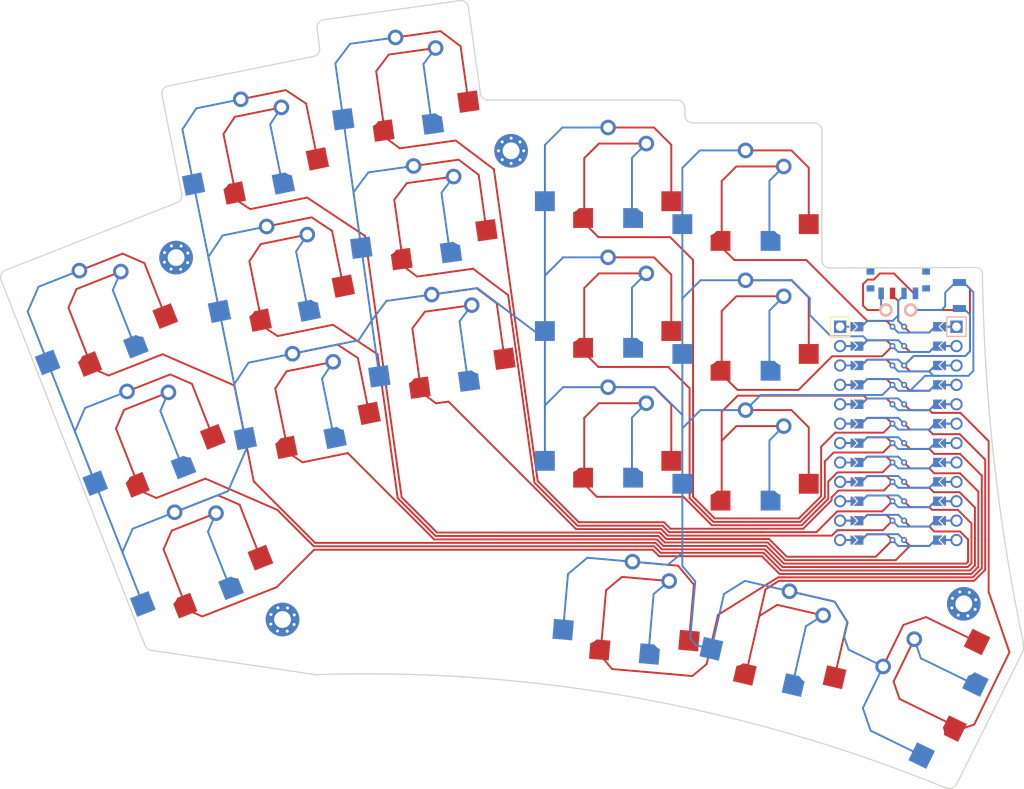
<source format=kicad_pcb>
(kicad_pcb (version 20240108) (generator "pcbnew") (generator_version "8.0")
  (title_block (title "Keiler") (rev "v1.0.0") (company "Unknown"))
  (layers (0 "F.Cu" signal) (31 "B.Cu" signal) (34 "B.Paste" user) (35 "F.Paste" user) (36 "B.SilkS" user "B.Silkscreen") (37 "F.SilkS" user "F.Silkscreen") (38 "B.Mask" user) (39 "F.Mask" user) (44 "Edge.Cuts" user))
  (net 0 "")
  (net 1 "P18")
  (net 2 "GND")
  (net 3 "P15")
  (net 4 "P14")
  (net 5 "P16")
  (net 6 "P10")
  (net 7 "P9")
  (net 8 "P8")
  (net 9 "P7")
  (net 10 "P6")
  (net 11 "P5")
  (net 12 "P4")
  (net 13 "P3")
  (net 14 "P2")
  (net 15 "P0")
  (net 16 "P1")
  (net 17 "P19")
  (net 18 "P20")
  (net 19 "P21")
  (net 20 "RAW")
  (net 21 "RST")
  (net 22 "VCC")
  (net 23 "pos")
  (footprint "lib:bat" (layer "F.Cu") (at 217.739916 130.754187 90)
    (property "Reference" "")
    (property "Value" "")
  )
  (footprint "PG1350" (layer "F.Cu") (at 155.095609 117.736172 -172)
    (property "Reference" "S8" (hide yes))
    (property "Value" "" (hide yes))
  )
  (footprint "PG1350" (layer "F.Cu") (at 139.597061 142.254891 11.5)
    (property "Reference" "S22" (hide yes))
    (property "Value" "" (hide yes))
  )
  (footprint "Button_Switch_SMD:SW_SPST_B3U-1000P" (layer "F.Cu") (at 225.739914 128.854199 90)
    (property "Reference" "")
    (property "Value" "")
  )
  (footprint "PG1350" (layer "F.Cu") (at 202.171411 173.322998 167)
    (property "Reference" "S17" (hide yes))
    (property "Value" "" (hide yes))
  )
  (footprint "PG1350" (layer "F.Cu") (at 152.729658 100.901615 8)
    (property "Reference" "S27" (hide yes))
    (property "Value" "" (hide yes))
  )
  (footprint "PG1350" (layer "F.Cu") (at 197.739909 132.754194 180)
    (property "Reference" "S14" (hide yes))
    (property "Value" "" (hide yes))
  )
  (footprint "PG1350" (layer "F.Cu") (at 197.739903 115.754194 180)
    (property "Reference" "S15" (hide yes))
    (property "Value" "" (hide yes))
  )
  (footprint "PG1350" (layer "F.Cu") (at 179.739916 112.754189)
    (property "Reference" "S30" (hide yes))
    (property "Value" "" (hide yes))
  )
  (footprint "PG1350" (layer "F.Cu") (at 179.739907 129.754193)
    (property "Reference" "S29" (hide yes))
    (property "Value" "" (hide yes))
  )
  (footprint "PG1350" (layer "F.Cu") (at 157.461545 134.570736 -172)
    (property "Reference" "S7" (hide yes))
    (property "Value" "" (hide yes))
  )
  (footprint "PG1350" (layer "F.Cu") (at 182.42183 169.587498 175)
    (property "Reference" "S16" (hide yes))
    (property "Value" "" (hide yes))
  )
  (footprint "PG1350" (layer "F.Cu") (at 197.739903 115.754194)
    (property "Reference" "S33" (hide yes))
    (property "Value" "" (hide yes))
  )
  (footprint "PG1350" (layer "F.Cu") (at 197.739916 149.754194)
    (property "Reference" "S31" (hide yes))
    (property "Value" "" (hide yes))
  )
  (footprint "PG1350" (layer "F.Cu") (at 197.739916 149.754194 180)
    (property "Reference" "S13" (hide yes))
    (property "Value" "" (hide yes))
  )
  (footprint "MountingHole_2.2mm_M2_Pad_Via" (layer "F.Cu") (at 137.108932 171.278026 21.5)
    (property "Reference" "_5" (hide yes))
    (property "Value" "")
  )
  (footprint "PG1350" (layer "F.Cu") (at 132.818553 108.937442 11.5)
    (property "Reference" "S24" (hide yes))
    (property "Value" "" (hide yes))
  )
  (footprint "PG1350" (layer "F.Cu") (at 139.597061 142.254891 -168.5)
    (property "Reference" "S4" (hide yes))
    (property "Value" "" (hide yes))
  )
  (footprint "ProMicro" (layer "F.Cu") (at 217.739911 146.904196 -90)
    (property "Reference" "MCU1" (hide yes))
    (property "Value" "")
  )
  (footprint "PG1350" (layer "F.Cu") (at 157.461545 134.570736 8)
    (property "Reference" "S25" (hide yes))
    (property "Value" "" (hide yes))
  )
  (footprint "PG1350" (layer "F.Cu") (at 112.678258 131.085179 -158.5)
    (property "Reference" "S3" (hide yes))
    (property "Value" "" (hide yes))
  )
  (footprint "PG1350" (layer "F.Cu") (at 221.057381 180.010867 64)
    (property "Reference" "S36" (hide yes))
    (property "Value" "" (hide yes))
  )
  (footprint "PG1350" (layer "F.Cu") (at 125.139299 162.719378 -158.5)
    (property "Reference" "S1" (hide yes))
    (property "Value" "" (hide yes))
  )
  (footprint "PG1350" (layer "F.Cu") (at 136.207808 125.596169 11.5)
    (property "Reference" "S23" (hide yes))
    (property "Value" "" (hide yes))
  )
  (footprint "MountingHole_2.2mm_M2_Pad_Via" (layer "F.Cu") (at 123.170903 123.888882 21.5)
    (property "Reference" "_4" (hide yes))
    (property "Value" "")
  )
  (footprint "PG1350" (layer "F.Cu") (at 155.095609 117.736172 8)
    (property "Reference" "S26" (hide yes))
    (property "Value" "" (hide yes))
  )
  (footprint "MountingHole_2.2mm_M2_Pad_Via" (layer "F.Cu") (at 167.03991 109.904197)
    (property "Reference" "_7" (hide yes))
    (property "Value" "")
  )
  (footprint "PG1350" (layer "F.Cu") (at 179.739907 129.754193 180)
    (property "Reference" "S11" (hide yes))
    (property "Value" "" (hide yes))
  )
  (footprint "PG1350" (layer "F.Cu") (at 112.678258 131.085179 21.5)
    (property "Reference" "S21" (hide yes))
    (property "Value" "" (hide yes))
  )
  (footprint "PG1350" (layer "F.Cu") (at 132.818553 108.937442 -168.5)
    (property "Reference" "S6" (hide yes))
    (property "Value" "" (hide yes))
  )
  (footprint "PG1350" (layer "F.Cu") (at 182.42183 169.587498 -5)
    (property "Reference" "S34" (hide yes))
    (property "Value" "" (hide yes))
  )
  (footprint "PG1350" (layer "F.Cu") (at 136.207808 125.596169 -168.5)
    (property "Reference" "S5" (hide yes))
    (property "Value" "" (hide yes))
  )
  (footprint "PG1350" (layer "F.Cu") (at 125.139299 162.719378 21.5)
    (property "Reference" "S19" (hide yes))
    (property "Value" "" (hide yes))
  )
  (footprint "PG1350" (layer "F.Cu") (at 118.908775 146.902275 21.5)
    (property "Reference" "S20" (hide yes))
    (property "Value" "" (hide yes))
  )
  (footprint "PG1350" (layer "F.Cu") (at 179.739914 146.754189)
    (property "Reference" "S28" (hide yes))
    (property "Value" "" (hide yes))
  )
  (footprint "Button_Switch_SMD:SW_SPDT_PCM12" (layer "F.Cu") (at 217.73991 127.144194 180)
    (property "Reference" "" (hide yes))
    (property "Value" "" (hide yes))
  )
  (footprint "PG1350" (layer "F.Cu") (at 221.057381 180.010867 -116)
    (property "Reference" "S18" (hide yes))
    (property "Value" "" (hide yes))
  )
  (footprint "PG1350" (layer "F.Cu") (at 202.171411 173.322998 -13)
    (property "Reference" "S35" (hide yes))
    (property "Value" "" (hide yes))
  )
  (footprint "MountingHole_2.2mm_M2_Pad_Via" (layer "F.Cu") (at 226.317841 169.225338 64)
    (property "Reference" "_8" (hide yes))
    (property "Value" "")
  )
  (footprint "PG1350" (layer "F.Cu") (at 179.739914 146.754189 180)
    (property "Reference" "S10" (hide yes))
    (property "Value" "" (hide yes))
  )
  (footprint "PG1350" (layer "F.Cu") (at 197.739909 132.754194)
    (property "Reference" "S32" (hide yes))
    (property "Value" "" (hide yes))
  )
  (footprint "PG1350" (layer "F.Cu") (at 179.739916 112.754189 180)
    (property "Reference" "S12" (hide yes))
    (property "Value" "" (hide yes))
  )
  (footprint "PG1350" (layer "F.Cu") (at 118.908775 146.902275 -158.5)
    (property "Reference" "S2" (hide yes))
    (property "Value" "" (hide yes))
  )
  (footprint "PG1350" (layer "F.Cu") (at 152.729658 100.901615 -172)
    (property "Reference" "S9" (hide yes))
    (property "Value" "" (hide yes))
  )
  (gr_arc (start 141.973424 96.430403) (mid 141.79639 97.141994) (end 141.181413 97.541387) (stroke (width 0.15)) (layer "Edge.Cuts"))
  (gr_arc (start 190.807133 106.254186) (mid 190.111864 105.973009) (end 189.807689 105.287506) (stroke (width 0.15)) (layer "Edge.Cuts"))
  (gr_line (start 100.258818 126.841641) (end 119.104974 174.685383) (stroke (width 0.15)) (layer "Edge.Cuts"))
  (gr_line (start 163.019958 102.391996) (end 161.44818 91.09418) (stroke (width 0.15)) (layer "Edge.Cuts"))
  (gr_arc (start 141.634815 93.869087) (mid 141.829956 93.132874) (end 142.487025 92.747759) (stroke (width 0.15)) (layer "Edge.Cuts"))
  (gr_arc (start 234.13874 175.011372) (mid 234.117995 175.263864) (end 234.034429 175.503029) (stroke (width 0.15)) (layer "Edge.Cuts"))
  (gr_arc (start 234.105432 174.270911) (mid 230.247351 150.166873) (end 228.758487 125.801473) (stroke (width 0.15)) (layer "Edge.Cuts"))
  (gr_arc (start 119.88885 175.308085) (mid 119.413424 175.101831) (end 119.104974 174.685383) (stroke (width 0.15)) (layer "Edge.Cuts"))
  (gr_line (start 189.807689 105.287506) (end 189.772133 104.22088) (stroke (width 0.15)) (layer "Edge.Cuts"))
  (gr_arc (start 160.318552 90.241702) (mid 161.060134 90.433712) (end 161.44818 91.09418) (stroke (width 0.15)) (layer "Edge.Cuts"))
  (gr_arc (start 123.918796 115.561907) (mid 123.816472 116.236888) (end 123.304787 116.688811) (stroke (width 0.15)) (layer "Edge.Cuts"))
  (gr_line (start 123.304787 116.688811) (end 100.822738 125.544723) (stroke (width 0.15)) (layer "Edge.Cuts"))
  (gr_arc (start 141.44111 178.500726) (mid 183.417375 181.534354) (end 223.829463 193.284795) (stroke (width 0.15)) (layer "Edge.Cuts"))
  (gr_line (start 160.318552 90.241702) (end 142.487025 92.747759) (stroke (width 0.15)) (layer "Edge.Cuts"))
  (gr_arc (start 227.832239 125.186574) (mid 228.388697 125.353434) (end 228.758487 125.801473) (stroke (width 0.15)) (layer "Edge.Cuts"))
  (gr_line (start 227.832239 125.186574) (end 208.743281 125.250815) (stroke (width 0.15)) (layer "Edge.Cuts"))
  (gr_arc (start 164.010428 103.254189) (mid 163.353868 103.008439) (end 163.019958 102.391996) (stroke (width 0.15)) (layer "Edge.Cuts"))
  (gr_arc (start 206.739909 106.254191) (mid 207.446992 106.547132) (end 207.739915 107.254192) (stroke (width 0.15)) (layer "Edge.Cuts"))
  (gr_line (start 234.13874 175.011372) (end 234.105432 174.270911) (stroke (width 0.15)) (layer "Edge.Cuts"))
  (gr_arc (start 188.772687 103.254189) (mid 189.467962 103.535359) (end 189.772133 104.22088) (stroke (width 0.15)) (layer "Edge.Cuts"))
  (gr_line (start 206.739913 106.25419) (end 190.807136 106.25419) (stroke (width 0.15)) (layer "Edge.Cuts"))
  (gr_line (start 141.634828 93.86909) (end 141.973424 96.430407) (stroke (width 0.15)) (layer "Edge.Cuts"))
  (gr_line (start 223.829463 193.284795) (end 224.289192 193.375429) (stroke (width 0.15)) (layer "Edge.Cuts"))
  (gr_arc (start 208.743281 125.250815) (mid 208.033928 124.959176) (end 207.73991 124.250826) (stroke (width 0.15)) (layer "Edge.Cuts"))
  (gr_arc (start 225.377304 192.841046) (mid 224.923445 193.291885) (end 224.289192 193.375429) (stroke (width 0.15)) (layer "Edge.Cuts"))
  (gr_line (start 141.181413 97.541387) (end 122.102356 101.423053) (stroke (width 0.15)) (layer "Edge.Cuts"))
  (gr_line (start 121.321218 102.599473) (end 123.918796 115.561907) (stroke (width 0.15)) (layer "Edge.Cuts"))
  (gr_line (start 119.88885 175.308085) (end 141.44111 178.500726) (stroke (width 0.15)) (layer "Edge.Cuts"))
  (gr_line (start 225.377304 192.841046) (end 234.034429 175.503029) (stroke (width 0.15)) (layer "Edge.Cuts"))
  (gr_arc (start 100.258818 126.841641) (mid 100.272252 126.076417) (end 100.822738 125.544723) (stroke (width 0.15)) (layer "Edge.Cuts"))
  (gr_arc (start 121.321221 102.599474) (mid 121.468726 101.849882) (end 122.102356 101.423053) (stroke (width 0.15)) (layer "Edge.Cuts"))
  (gr_line (start 188.772687 103.254189) (end 164.010428 103.254189) (stroke (width 0.15)) (layer "Edge.Cuts"))
  (gr_line (start 207.73991 124.250826) (end 207.739915 107.254192) (stroke (width 0.15)) (layer "Edge.Cuts"))
  (segment (start 227.298819 165.309214) (end 227.407994 165.200043) (width 0.25) (layer "F.Cu") (net 1))
  (segment (start 185.57484 162.140913) (end 185.711235 162.277308) (width 0.25) (layer "F.Cu") (net 1))
  (segment (start 124.272865 169.455655) (end 124.357447 169.261115) (width 0.25) (layer "F.Cu") (net 1))
  (segment (start 202.666014 165.309216) (end 227.298819 165.309214) (width 0.25) (layer "F.Cu") (net 1))
  (segment (start 122.598992 159.635841) (end 128.398676 157.351285) (width 0.25) (layer "F.Cu") (net 1))
  (segment (start 225.825903 152.129195) (end 225.271613 152.129195) (width 0.25) (layer "F.Cu") (net 1))
  (segment (start 127.297513 170.605852) (end 136.347635 167.040913) (width 0.25) (layer "F.Cu") (net 1))
  (segment (start 228.221613 164.386426) (end 228.22161 160.876276) (width 0.25) (layer "F.Cu") (net 1))
  (segment (start 186.424119 162.990196) (end 199.872578 162.990198) (width 0.25) (layer "F.Cu") (net 1))
  (segment (start 185.711235 162.277308) (end 186.424119 162.990196) (width 0.25) (layer "F.Cu") (net 1))
  (segment (start 228.22161 160.876276) (end 228.221612 154.524906) (width 0.25) (layer "F.Cu") (net 1))
  (segment (start 199.872578 162.990198) (end 202.191595 165.309215) (width 0.25) (layer "F.Cu") (net 1))
  (segment (start 124.272864 169.455645) (end 124.467794 169.950503) (width 0.25) (layer "F.Cu") (net 1))
  (segment (start 227.407994 165.200043) (end 228.221613 164.386426) (width 0.25) (layer "F.Cu") (net 1))
  (segment (start 183.347637 162.140914) (end 185.57484 162.140913) (width 0.25) (layer "F.Cu") (net 1))
  (segment (start 218.501917 150.714198) (end 219.267913 151.48019) (width 0.25) (layer "F.Cu") (net 1))
  (segment (start 221.799908 151.480189) (end 222.565908 150.714197) (width 0.25) (layer "F.Cu") (net 1))
  (segment (start 228.221612 154.524906) (end 225.825903 152.129195) (width 0.25) (layer "F.Cu") (net 1))
  (segment (start 136.347635 167.040913) (end 141.247632 162.140916) (width 0.25) (layer "F.Cu") (net 1))
  (segment (start 222.448913 152.129194) (end 221.799908 151.480189) (width 0.25) (layer "F.Cu") (net 1))
  (segment (start 141.247632 162.140916) (end 183.347637 162.140914) (width 0.25) (layer "F.Cu") (net 1))
  (segment (start 202.191595 165.309215) (end 202.666014 165.309216) (width 0.25) (layer "F.Cu") (net 1))
  (segment (start 219.267913 151.48019) (end 221.799908 151.480189) (width 0.25) (layer "F.Cu") (net 1))
  (segment (start 121.532297 162.089059) (end 122.598992 159.635841) (width 0.25) (layer "F.Cu") (net 1))
  (segment (start 124.357447 169.261115) (end 121.532297 162.089059) (width 0.25) (layer "F.Cu") (net 1))
  (segment (start 124.467794 169.950503) (end 126.603614 170.879185) (width 0.25) (layer "F.Cu") (net 1))
  (segment (start 126.603614 170.879185) (end 127.297513 170.605852) (width 0.25) (layer "F.Cu") (net 1))
  (segment (start 225.271613 152.129195) (end 222.448913 152.129194) (width 0.25) (layer "F.Cu") (net 1))
  (via (at 218.501917 150.714198) (size 0.8) (drill 0.4) (layers "F.Cu" "B.Cu") (net 1))
  (segment (start 127.341339 159.783011) (end 128.398681 157.351285) (width 0.25) (layer "B.Cu") (net 1))
  (segment (start 218.501917 150.714198) (end 217.735907 149.948197) (width 0.25) (layer "B.Cu") (net 1))
  (segment (start 130.367094 167.055069) (end 130.172556 166.970484) (width 0.25) (layer "B.Cu") (net 1))
  (segment (start 217.735907 149.948197) (end 213.679911 149.948189) (width 0.25) (layer "B.Cu") (net 1))
  (segment (start 213.679911 149.948189) (end 212.913918 150.714192) (width 0.25) (layer "B.Cu") (net 1))
  (segment (start 130.172556 166.970484) (end 127.341339 159.783011) (width 0.25) (layer "B.Cu") (net 1))
  (segment (start 219.359914 130.754191) (end 225.539917 130.754189) (width 0.25) (layer "F.Cu") (net 2))
  (segment (start 165.159133 129.88354) (end 166.177918 137.132579) (width 0.25) (layer "F.Cu") (net 2))
  (segment (start 151.90854 95.059032) (end 157.795958 94.231612) (width 0.25) (layer "F.Cu") (net 2))
  (segment (start 131.481946 156.242746) (end 134.212885 163.175644) (width 0.25) (layer "F.Cu") (net 2))
  (segment (start 219.267911 136.240193) (end 221.799917 136.240192) (width 0.25) (layer "F.Cu") (net 2))
  (segment (start 138.420789 136.473334) (end 144.307587 135.275647) (width 0.25) (layer "F.Cu") (net 2))
  (segment (start 221.373829 170.958425) (end 228.055386 174.21724) (width 0.25) (layer "F.Cu") (net 2))
  (segment (start 185.744542 123.854192) (end 188.014909 126.124559) (width 0.25) (layer "F.Cu") (net 2))
  (segment (start 206.014916 146.124563) (end 206.014915 153.504188) (width 0.25) (layer "F.Cu") (net 2))
  (segment (start 179.739914 106.854197) (end 185.744543 106.854193) (width 0.25) (layer "F.Cu") (net 2))
  (segment (start 122.976949 157.229916) (end 128.630518 155.002915) (width 0.25) (layer "F.Cu") (net 2))
  (segment (start 185.744543 106.854193) (end 188.014913 109.124564) (width 0.25) (layer "F.Cu") (net 2))
  (segment (start 179.739914 123.85419) (end 185.744542 123.854192) (width 0.25) (layer "F.Cu") (net 2))
  (segment (start 128.630518 155.002915) (end 131.481946 156.242746) (width 0.25) (layer "F.Cu") (net 2))
  (segment (start 182.936054 163.709942) (end 188.896838 164.231441) (width 0.25) (layer "F.Cu") (net 2))
  (segment (start 160.161898 111.066168) (end 162.793187 113.048982) (width 0.25) (layer "F.Cu") (net 2))
  (segment (start 197.739914 126.854183) (end 203.74454 126.854195) (width 0.25) (layer "F.Cu") (net 2))
  (segment (start 213.674015 139.800418) (end 212.908012 140.566409) (width 0.25) (layer "F.Cu") (net 2))
  (segment (start 162.527842 127.900724) (end 165.159133 129.88354) (width 0.25) (layer "F.Cu") (net 2))
  (segment (start 225.539917 130.754189) (end 225.739908 130.554187) (width 0.25) (layer "F.Cu") (net 2))
  (segment (start 144.307587 135.275647) (end 146.981753 137.045644) (width 0.25) (layer "F.Cu") (net 2))
  (segment (start 188.014909 126.124559) (end 188.014909 133.504189) (width 0.25) (layer "F.Cu") (net 2))
  (segment (start 140.203243 103.728208) (end 141.675054 110.9624) (width 0.25) (layer "F.Cu") (net 2))
  (segment (start 188.896838 164.231441) (end 190.979857 166.713879) (width 0.25) (layer "F.Cu") (net 2))
  (segment (start 213.674014 137.260411) (end 212.908007 138.026415) (width 0.25) (layer "F.Cu") (net 2))
  (segment (start 197.739916 143.854194) (end 203.744537 143.854195) (width 0.25) (layer "F.Cu") (net 2))
  (segment (start 215.754498 177.42447) (end 218.410548 171.978761) (width 0.25) (layer "F.Cu") (net 2))
  (segment (start 162.793187 113.048982) (end 163.811968 120.298025) (width 0.25) (layer "F.Cu") (net 2))
  (segment (start 188.014913 109.124564) (end 188.014911 116.504196) (width 0.25) (layer "F.Cu") (net 2))
  (segment (start 156.640424 128.72815) (end 162.527842 127.900724) (width 0.25) (layer "F.Cu") (net 2))
  (segment (start 122.399994 139.185813) (end 125.251415 140.425649) (width 0.25) (layer "F.Cu") (net 2))
  (segment (start 221.799917 136.240192) (end 222.565912 135.47419) (width 0.25) (layer "F.Cu") (net 2))
  (segment (start 157.795958 94.231612) (end 160.427249 96.214433) (width 0.25) (layer "F.Cu") (net 2))
  (segment (start 206.014914 112.124563) (end 206.014912 119.504196) (width 0.25) (layer "F.Cu") (net 2))
  (segment (start 160.427249 96.214433) (end 161.446027 103.463463) (width 0.25) (layer "F.Cu") (net 2))
  (segment (start 188.014912 143.124559) (end 188.014913 150.504192) (width 0.25) (layer "F.Cu") (net 2))
  (segment (start 190.979857 166.713879) (end 190.338513 174.044433) (width 0.25) (layer "F.Cu") (net 2))
  (segment (start 119.020901 124.608547) (end 121.751837 131.541455) (width 0.25) (layer "F.Cu") (net 2))
  (segment (start 203.744538 109.85419) (end 206.014914 112.124563) (width 0.25) (layer "F.Cu") (net 2))
  (segment (start 146.981753 137.045644) (end 148.453563 144.279838) (width 0.25) (layer "F.Cu") (net 2))
  (segment (start 209.406367 168.938122) (end 211.063976 171.59085) (width 0.25) (layer "F.Cu") (net 2))
  (segment (start 218.410548 171.978761) (end 221.373829 170.958425) (width 0.25) (layer "F.Cu") (net 2))
  (segment (start 125.251415 140.425649) (end 127.982365 147.358542) (width 0.25) (layer "F.Cu") (net 2))
  (segment (start 154.274491 111.893593) (end 160.161898 111.066168) (width 0.25) (layer "F.Cu") (net 2))
  (segment (start 216.972019 138.026419) (end 216.206012 137.260418) (width 0.25) (layer "F.Cu") (net 2))
  (segment (start 137.529078 101.958213) (end 140.203243 103.728208) (width 0.25) (layer "F.Cu") (net 2))
  (segment (start 216.206011 139.800414) (end 213.674015 139.800418) (width 0.25) (layer "F.Cu") (net 2))
  (segment (start 185.744542 140.854188) (end 188.014912 143.124559) (width 0.25) (layer "F.Cu") (net 2))
  (segment (start 206.01491 129.124563) (end 206.014911 136.504202) (width 0.25) (layer "F.Cu") (net 2))
  (segment (start 179.73991 140.854191) (end 185.744542 140.854188) (width 0.25) (layer "F.Cu") (net 2))
  (segment (start 203.744537 143.854195) (end 206.014916 146.124563) (width 0.25) (layer "F.Cu") (net 2))
  (segment (start 203.74454 126.854195) (end 206.01491 129.124563) (width 0.25) (layer "F.Cu") (net 2))
  (segment (start 197.73991 109.854189) (end 203.744538 109.85419) (width 0.25) (layer "F.Cu") (net 2))
  (segment (start 203.49863 167.574209) (end 209.406367 168.938122) (width 0.25) (layer "F.Cu") (net 2))
  (segment (start 110.515897 125.595717) (end 116.169467 123.368714) (width 0.25) (layer "F.Cu") (net 2))
  (segment (start 216.972015 140.56641) (end 216.206011 139.800414) (width 0.25) (layer "F.Cu") (net 2))
  (segment (start 211.063976 171.59085) (end 209.390766 178.838353) (width 0.25) (layer "F.Cu") (net 2))
  (segment (start 218.501906 135.474196) (end 219.267911 136.240193) (width 0.25) (layer "F.Cu") (net 2))
  (segment (start 131.642281 103.155894) (end 137.529078 101.958213) (width 0.25) (layer "F.Cu") (net 2))
  (segment (start 216.206012 137.260418) (end 213.674014 137.260411) (width 0.25) (layer "F.Cu") (net 2))
  (segment (start 116.169467 123.368714) (end 119.020901 124.608547) (width 0.25) (layer "F.Cu") (net 2))
  (segment (start 116.74642 141.412821) (end 122.399994 139.185813) (width 0.25) (layer "F.Cu") (net 2))
  (segment (start 135.031538 119.814607) (end 140.91833 118.616941) (width 0.25) (layer "F.Cu") (net 2))
  (segment (start 143.5925 120.386928) (end 145.064316 127.621112) (width 0.25) (layer "F.Cu") (net 2))
  (segment (start 140.91833 118.616941) (end 143.5925 120.386928) (width 0.25) (layer "F.Cu") (net 2))
  (via (at 216.977913 138.014193) (size 0.8) (drill 0.4) (layers "F.Cu" "B.Cu") (net 2))
  (via (at 216.977913 140.554193) (size 0.8) (drill 0.4) (layers "F.Cu" "B.Cu") (net 2))
  (via (at 218.501906 135.474196) (size 0.8) (drill 0.4) (layers "F.Cu" "B.Cu") (net 2))
  (segment (start 185.827332 140.854192) (end 189.464908 144.491766) (width 0.25) (layer "B.Cu") (net 2))
  (segment (start 197.739914 126.854189) (end 203.343797 126.854196) (width 0.25) (layer "B.Cu") (net 2))
  (segment (start 220.323497 138.792409) (end 220.743796 138.792408) (width 0.25) (layer "B.Cu") (net 2))
  (segment (start 179.739918 140.854191) (end 185.827332 140.854192) (width 0.25) (layer "B.Cu") (net 2))
  (segment (start 225.197199 127.154197) (end 223.882099 128.469291) (width 0.25) (layer "B.Cu") (net 2))
  (segment (start 148.800806 132.404661) (end 149.071905 134.333594) (width 0.25) (layer "B.Cu") (net 2))
  (segment (start 213.743795 134.708191) (end 213.66128 134.708187) (width 0.25) (layer "B.Cu") (net 2))
  (segment (start 191.27536 174.65608) (end 193.264938 175.115414) (width 0.25) (layer "B.Cu") (net 2))
  (segment (start 211.105823 171.658269) (end 210.660257 173.58824) (width 0.25) (layer "B.Cu") (net 2))
  (segment (start 223.024088 140.06929) (end 223.024087 140.096022) (width 0.25) (layer "B.Cu") (net 2))
  (segment (start 215.653911 141.878195) (end 216.977913 140.554193) (width 0.25) (layer "B.Cu") (net 2))
  (segment (start 105.158204 127.706167) (end 110.515899 125.595716) (width 0.25) (layer "B.Cu") (net 2))
  (segment (start 189.464914 119.504187) (end 189.464914 119.504187) (width 0.25) (layer "B.Cu") (net 2))
  (segment (start 138.420789 136.473336) (end 147.077148 134.71218) (width 0.25) (layer "B.Cu") (net 2))
  (segment (start 128.846563 130.920656) (end 130.33154 138.219602) (width 0.25) (layer "B.Cu") (net 2))
  (segment (start 126.942281 121.560881) (end 127.45854 124.098344) (width 0.25) (layer "B.Cu") (net 2))
  (segment (start 218.501906 135.474196) (end 217.735913 134.708189) (width 0.25) (layer "B.Cu") (net 2))
  (segment (start 189.464908 146.240687) (end 189.46491 146.451272) (width 0.25) (layer "B.Cu") (net 2))
  (segment (start 109.915703 146.650414) (end 110.028049 146.935613) (width 0.25) (layer "B.Cu") (net 2))
  (segment (start 189.46491 146.451272) (end 189.464908 145.133552) (width 0.25) (layer "B.Cu") (net 2))
  (segment (start 189.464911 112.141672) (end 191.75239 109.85419) (width 0.25) (layer "B.Cu") (net 2))
  (segment (start 221.794014 138.792412) (end 222.560013 138.026413) (width 0.25) (layer "B.Cu") (net 2))
  (segment (start 209.406042 168.93805) (end 211.105823 171.658269) (width 0.25) (layer "B.Cu") (net 2))
  (segment (start 189.464908 144.491766) (end 189.464907 144.93355) (width 0.25) (layer "B.Cu") (net 2))
  (segment (start 165.150287 129.796957) (end 170.28922 133.66942) (width 0.25) (layer "B.Cu") (net 2))
  (segment (start 191.857252 143.854196) (end 191.854324 143.85127) (width 0.25) (layer "B.Cu") (net 2))
  (segment (start 127.45854 124.098344) (end 128.846563 130.920659) (width 0.25) (layer "B.Cu") (net 2))
  (segment (start 203.807284 126.854194) (end 203.343797 126.854196) (width 0.25) (layer "B.Cu") (net 2))
  (segment (start 174.488839 165.317025) (end 177.020834 163.19243) (width 0.25) (layer "B.Cu") (net 2))
  (segment (start 106.353432 137.607049) (end 103.739033 130.970027) (width 0.25) (layer "B.Cu") (net 2))
  (segment (start 191.75239 109.85419) (end 197.73991 109.854195) (width 0.25) (layer "B.Cu") (net 2))
  (segment (start 221.240311 139.368708) (end 219.276609 141.332411) (width 0.25) (layer "B.Cu") (net 2))
  (segment (start 189.554863 164.382862) (end 191.15315 166.287624) (width 0.25) (layer "B.Cu") (net 2))
  (segment (start 145.05709 105.766779) (end 146.098059 113.173652) (width 0.25) (layer "B.Cu") (net 2))
  (segment (start 203.498626 167.574215) (end 209.406042 168.93805) (width 0.25) (layer "B.Cu") (net 2))
  (segment (start 132.235815 147.579375) (end 132.235813 147.579376) (width 0.25) (layer "B.Cu") (net 2))
  (segment (start 112.583945 153.424144) (end 115.337267 160.41385) (width 0.25) (layer "B.Cu") (net 2))
  (segment (start 179.739919 140.854191) (end 173.857244 140.854192) (width 0.25) (layer "B.Cu") (net 2))
  (segment (start 171.46491 133.504185) (end 171.464903 133.504195) (width 0.25) (layer "B.Cu") (net 2))
  (segment (start 189.464906 162.504993) (end 189.464903 164.199332) (width 0.25) (layer "B.Cu") (net 2))
  (segment (start 149.788979 139.435892) (end 149.788978 139.435893) (width 0.25) (layer "B.Cu") (net 2))
  (segment (start 190.550586 173.174937) (end 190.501669 173.734033) (width 0.25) (layer "B.Cu") (net 2))
  (segment (start 191.857254 126.854198) (end 191.854327 126.85127) (width 0.25) (layer "B.Cu") (net 2))
  (segment (start 223.024087 140.096022) (end 222.565915 140.554195) (width 0.25) (layer "B.Cu") (net 2))
  (segment (start 189.464903 164.199332) (end 189.458858 164.268447) (width 0.25) (layer "B.Cu") (net 2))
  (segment (start 171.485489 140.854195) (end 171.464911 140.874772) (width 0.25) (layer "B.Cu") (net 2))
  (segment (start 214.523503 134.708189) (end 214.323501 134.708185) (width 0.25) (layer "B.Cu") (net 2))
  (segment (start 216.972015 140.56641) (end 217.738012 141.332412) (width 0.25) (layer "B.Cu") (net 2))
  (segment (start 177.020834 163.19243) (end 182.936054 163.709943) (width 0.25) (layer "B.Cu") (net 2))
  (segment (start 227.573504 128.418712) (end 226.308986 127.154192) (width 0.25) (layer "B.Cu") (net 2))
  (segment (start 189.464909 140.533551) (end 189.46491 136.504185) (width 0.25) (layer "B.Cu") (net 2))
  (segment (start 226.308986 127.154192) (end 225.739916 127.154187) (width 0.25) (layer "B.Cu") (net 2))
  (segment (start 110.028049 146.935613) (end 112.583945 153.424144) (width 0.25) (layer "B.Cu") (net 2))
  (segment (start 132.655046 137.646391) (end 130.788628 140.466242) (width 0.25) (layer "B.Cu") (net 2))
  (segment (start 189.46491 129.240687) (end 189.464908 129.451272) (width 0.25) (layer "B.Cu") (net 2))
  (segment (start 216.972019 138.026419) (end 217.738005 138.792417) (width 0.25) (layer "B.Cu") (net 2))
  (segment (start 171.464912 143.651272) (end 171.464911 140.874772) (width 0.25) (layer "B.Cu") (net 2))
  (segment (start 221.794014 138.815004) (end 222.347718 139.368707) (width 0.25) (layer "B.Cu") (net 2))
  (segment (start 219.147721 141.332411) (end 220.384014 141.332411) (width 0.25) (layer "B.Cu") (net 2))
  (segment (start 115.337267 160.41385) (end 116.258566 162.752713) (width 0.25) (layer "B.Cu") (net 2))
  (segment (start 226.923502 139.368712) (end 227.573505 138.718709) (width 0.25) (layer "B.Cu") (net 2))
  (segment (start 220.800346 189.092278) (end 214.116975 185.832581) (width 0.25) (layer "B.Cu") (net 2))
  (segment (start 123.999909 107.098606) (end 125.826351 104.33916) (width 0.25) (layer "B.Cu") (net 2))
  (segment (start 189.462788 162.529182) (end 189.464906 162.504993) (width 0.25) (layer "B.Cu") (net 2))
  (segment (start 145.05709 105.766779) (end 144.030082 98.459198) (width 0.25) (layer "B.Cu") (net 2))
  (segment (start 210.660257 173.58824) (end 210.665654 173.590874) (width 0.25) (layer "B.Cu") (net 2))
  (segment (start 170.28922 133.66942) (end 171.464909 133.504188) (width 0.25) (layer "B.Cu") (net 2))
  (segment (start 146.098059 113.173652) (end 146.43486 115.570106) (width 0.25) (layer "B.Cu") (net 2))
  (segment (start 194.92416 167.928534) (end 197.651499 166.224294) (width 0.25) (layer "B.Cu") (net 2))
  (segment (start 222.738021 130.754189) (end 219.359914 130.754191) (width 0.25) (layer "B.Cu") (net 2))
  (segment (start 148.436166 129.810158) (end 148.800806 132.404661) (width 0.25) (layer "B.Cu") (net 2))
  (segment (start 219.147721 141.332411) (end 219.94772 141.332409) (width 0.25) (layer "B.Cu") (net 2))
  (segment (start 197.739912 126.854197) (end 191.857254 126.854198) (width 0.25) (layer "B.Cu") (net 2))
  (segment (start 111.252014 143.577113) (end 109.915703 146.650414) (width 0.25) (layer "B.Cu") (net 2))
  (segment (start 223.882102 130.269295) (end 223.397207 130.754192) (width 0.25) (layer "B.Cu") (net 2))
  (segment (start 190.501669 173.734033) (end 191.27536 174.65608) (width 0.25) (layer "B.Cu") (net 2))
  (segment (start 193.264938 175.115414) (end 194.92416 167.928534) (width 0.25) (layer "B.Cu") (net 2))
  (segment (start 214.323501 134.708185) (end 213.743795 134.708191) (width 0.25) (layer "B.Cu") (net 2))
  (segment (start 223.046615 139.368707) (end 226.923502 139.368712) (width 0.25) (layer "B.Cu") (net 2))
  (segment (start 219.94772 141.332409) (end 220.323499 141.332413) (width 0.25) (layer "B.Cu") (net 2))
  (segment (start 148.766416 132.159974) (end 148.800806 132.404661) (width 0.25) (layer "B.Cu") (net 2))
  (segment (start 130.847796 140.757062) (end 132.235815 147.579375) (width 0.25) (layer "B.Cu") (net 2))
  (segment (start 154.274487 111.893589) (end 148.360185 112.724793) (width 0.25) (layer "B.Cu") (net 2))
  (segment (start 156.640422 128.728155) (end 150.726126 129.559355) (width 0.25) (layer "B.Cu") (net 2))
  (segment (start 173.752391 106.854191) (end 179.739916 106.854194) (width 0.25) (layer "B.Cu") (net 2))
  (segment (start 213.097558 182.871992) (end 215.754496 177.424475) (width 0.25) (layer "B.Cu") (net 2))
  (segment (start 189.46491 136.504185) (end 189.464907 136.504193) (width 0.25) (layer "B.Cu") (net 2))
  (segment (start 171.46491 116.504191) (end 171.46491 109.141665) (width 0.25) (layer "B.Cu") (net 2))
  (segment (start 203.343797 126.854196) (end 203.808987 126.854197) (width 0.25) (layer "B.Cu") (net 2))
  (segment (start 171.46491 116.504191) (end 171.464915 123.874771) (width 0.25) (layer "B.Cu") (net 2))
  (segment (start 147.423038 122.601334) (end 148.436166 129.810158) (width 0.25) (layer "B.Cu") (net 2))
  (segment (start 138.420789 136.473336) (end 132.655046 137.646391) (width 0.25) (layer "B.Cu") (net 2))
  (segment (start 189.464908 129.451272) (end 189.464912 126.874775) (width 0.25) (layer "B.Cu") (net 2))
  (segment (start 173.854325 140.851269) (end 171.464912 143.240683) (width 0.25) (layer "B.Cu") (net 2))
  (segment (start 171.46491 109.141665) (end 173.752391 106.854191) (width 0.25) (layer "B.Cu") (net 2))
  (segment (start 206.143796 129.190707) (end 203.807284 126.854194) (width 0.25) (layer "B.Cu") (net 2))
  (segment (start 171.464915 123.874771) (end 171.464912 126.251271) (width 0.25) (layer "B.Cu") (net 2))
  (segment (start 103.739033 130.970027) (end 105.158204 127.706167) (width 0.25) (layer "B.Cu") (net 2))
  (segment (start 130.788628 140.466242) (end 130.847796 140.757062) (width 0.25) (layer "B.Cu") (net 2))
  (segment (start 173.851488 172.602012) (end 174.488839 165.317025) (width 0.25) (layer "B.Cu") (net 2))
  (segment (start 220.804131 138.792414) (end 220.743796 138.792408) (width 0.25) (layer "B.Cu") (net 2))
  (segment (start 127.399371 123.807525) (end 127.45854 124.098344) (width 0.25) (layer "B.Cu") (net 2))
  (segment (start 147.077148 134.71218) (end 148.766416 132.159974) (width 0.25) (layer "B.Cu") (net 2))
  (segment (start 214.116975 185.832581) (end 213.097558 182.871992) (width 0.25) (layer "B.Cu") (net 2))
  (segment (start 197.651499 166.224294) (end 203.498626 167.574215) (width 0.25) (layer "B.Cu") (net 2))
  (segment (start 215.754496 177.424475) (end 211.224977 175.215283) (width 0.25) (layer "B.Cu") (net 2))
  (segment (start 116.746419 141.412809) (end 111.252014 143.577113) (width 0.25) (layer "B.Cu") (net 2))
  (segment (start 173.854325 123.861857) (end 171.464912 126.251271) (width 0.25) (layer "B.Cu") (net 2))
  (segment (start 213.66128 134.708187) (end 213.143796 134.190709) (width 0.25) (layer "B.Cu") (net 2))
  (segment (start 148.360185 112.724793) (end 146.400473 115.32542) (width 0.25) (layer "B.Cu") (net 2))
  (segment (start 128.846563 130.920659) (end 128.846563 130.920656) (width 0.25) (layer "B.Cu") (net 2))
  (segment (start 189.458858 164.268447) (end 189.554863 164.382862) (width 0.25) (layer "B.Cu") (net 2))
  (segment (start 189.464914 119.504187) (end 189.464911 112.141672) (width 0.25) (layer "B.Cu") (net 2))
  (segment (start 122.976949 157.229916) (end 129.55388 154.639188) (width 0.25) (layer "B.Cu") (net 2))
  (segment (start 122.976942 157.229911) (end 117.482533 159.394215) (width 0.25) (layer "B.Cu") (net 2))
  (segment (start 221.794013 141.332414) (end 222.560013 140.566411) (width 0.25) (layer "B.Cu") (net 2))
  (segment (start 125.4573 114.261931) (end 123.999909 107.098606) (width 0.25) (layer "B.Cu") (net 2))
  (segment (start 191.854324 143.85127) (end 189.464908 146.240687) (width 0.25) (layer "B.Cu") (net 2))
  (segment (start 217.738005 138.792417) (end 220.323497 138.792409) (width 0.25) (layer "B.Cu") (net 2))
  (segment (start 125.4573 114.261931) (end 126.942281 121.560881) (width 0.25) (layer "B.Cu") (net 2))
  (segment (start 189.464911 153.504187) (end 189.464906 162.504993) (width 0.25) (layer "B.Cu") (net 2))
  (segment (start 171.464911 140.874772) (end 171.464909 133.504191) (width 0.25) (layer "B.Cu") (net 2))
  (segment (start 135.031538 119.814616) (end 129.265792 120.987673) (width 0.25) (layer "B.Cu") (net 2))
  (segment (start 189.485494 126.854197) (end 189.464912 126.874775) (width 0.25) (layer "B.Cu") (net 2))
  (segment (start 213.143796 134.190709) (end 208.923498 134.19071) (width 0.25) (layer "B.Cu") (net 2))
  (segment (start 223.046615 139.368707) (end 221.240311 139.368708) (width 0.25) (layer "B.Cu") (net 2))
  (segment (start 179.73991 123.854194) (end 173.857246 123.854191) (width 0.25) (layer "B.Cu") (net 2))
  (segment (start 189.464908 145.133552) (end 189.464909 140.533551) (width 0.25) (layer "B.Cu") (net 2))
  (segment (start 116.258566 162.752713) (end 118.814467 169.241243) (width 0.25) (layer "B.Cu") (net 2))
  (segment (start 116.146225 162.467513) (end 116.258566 162.752713) (width 0.25) (layer "B.Cu") (net 2))
  (segment (start 191.854327 126.85127) (end 189.46491 129.240687) (width 0.25) (layer "B.Cu") (net 2))
  (segment (start 149.071905 134.333594) (end 149.788979 139.435892) (width 0.25) (layer "B.Cu") (net 2))
  (segment (start 199.71591 141.878191) (end 215.653911 141.878195) (width 0.25) (layer "B.Cu") (net 2))
  (segment (start 182.936054 163.709943) (end 187.572224 164.115554) (width 0.25) (layer "B.Cu") (net 2))
  (segment (start 171.464912 126.251271) (end 171.46491 133.504185) (width 0.25) (layer "B.Cu") (net 2))
  (segment (start 206.143794 131.411007) (end 206.143796 129.190707) (width 0.25) (layer "B.Cu") (net 2))
  (segment (start 146.43486 115.570106) (end 147.423039 122.601333) (width 0.25) (layer "B.Cu") (net 2))
  (segment (start 109.033447 144.410666) (end 110.028049 146.935613) (width 0.25) (layer "B.Cu") (net 2))
  (segment (start 197.739913 143.854189) (end 199.71591 141.878191) (width 0.25) (layer "B.Cu") (net 2))
  (segment (start 171.464908 150.50419) (end 171.464912 143.651272) (width 0.25) (layer "B.Cu") (net 2))
  (segment (start 223.882099 128.469291) (end 223.882102 130.269295) (width 0.25) (layer "B.Cu") (net 2))
  (segment (start 221.794014 138.792412) (end 221.794014 138.815004) (width 0.25) (layer "B.Cu") (net 2))
  (segment (start 145.96258 95.894689) (end 151.90854 95.059032) (width 0.25) (layer "B.Cu") (net 2))
  (segment (start 227.573505 138.718709) (end 227.573504 128.418712) (width 0.25) (layer "B.Cu") (net 2))
  (segment (start 217.735913 134.708189) (end 214.523503 134.708189) (width 0.25) (layer "B.Cu") (net 2))
  (segment (start 130.33154 138.219602) (end 130.847796 140.757062) (width 0.25) (layer "B.Cu") (net 2))
  (segment (start 220.743796 138.792408) (end 221.794014 138.792412) (width 0.25) (layer "B.Cu") (net 2))
  (segment (start 129.96815 154.476006) (end 129.55388 154.639188) (width 0.25) (layer "B.Cu") (net 2))
  (segment (start 144.030082 98.459198) (end 145.96258 95.894689) (width 0.25) (layer "B.Cu") (net 2))
  (segment (start 219.276609 141.332411) (end 219.147721 141.332411) (width 0.25) (layer "B.Cu") (net 2))
  (segment (start 146.400473 115.32542) (end 146.43486 115.570106) (width 0.25) (layer "B.Cu") (net 2))
  (segment (start 171.464909 133.504191) (end 171.464903 133.504195) (width 0.25) (layer "B.Cu") (net 2))
  (segment (start 171.485496 123.854193) (end 171.464915 123.874771) (width 0.25) (layer "B.Cu") (net 2))
  (segment (start 117.482533 159.394215) (end 116.146225 162.467513) (width 0.25) (layer "B.Cu") (net 2))
  (segment (start 132.235819 147.579377) (end 132.583313 148.461548) (width 0.25) (layer "B.Cu") (net 2))
  (segment (start 189.464907 136.504193) (end 189.464908 129.451272) (width 0.25) (layer "B.Cu") (net 2))
  (segment (start 189.464912 126.874775) (end 189.464914 119.504187) (width 0.25) (layer "B.Cu") (net 2))
  (segment (start 173.854327 123.851269) (end 173.854325 123.861857) (width 0.25) (layer "B.Cu") (net 2))
  (segment (start 171.464912 143.240683) (end 171.464912 143.651272) (width 0.25) (layer "B.Cu") (net 2))
  (segment (start 225.739911 127.154197) (end 225.197199 127.154197) (width 0.25) (layer "B.Cu") (net 2))
  (segment (start 150.726126 129.559355) (end 148.766416 132.159974) (width 0.25) (layer "B.Cu") (net 2))
  (segment (start 213.743795 134.708191) (end 213.679913 134.708189) (width 0.25) (layer "B.Cu") (net 2))
  (segment (start 129.265792 120.987673) (end 127.399371 123.807525) (width 0.25) (layer "B.Cu") (net 2))
  (segment (start 173.857246 123.854191) (end 173.854327 123.851269) (width 0.25) (layer "B.Cu") (net 2))
  (segment (start 132.583313 148.461548) (end 129.96815 154.476006) (width 0.25) (layer "B.Cu") (net 2))
  (segment (start 197.739917 143.854194) (end 191.857252 143.854196) (width 0.25) (layer "B.Cu") (net 2))
  (segment (start 210.665654 173.590874) (end 211.224977 175.215283) (width 0.25) (layer "B.Cu") (net 2))
  (segment (start 191.15315 166.287624) (end 190.550586 173.174937) (width 0.25) (layer "B.Cu") (net 2))
  (segment (start 173.857244 140.854192) (end 173.854325 140.851269) (width 0.25) (layer "B.Cu") (net 2))
  (segment (start 220.323499 141.332413) (end 221.794013 141.332414) (width 0.25) (layer "B.Cu") (net 2))
  (segment (start 222.347718 139.368707) (end 223.046615 139.368707) (width 0.25) (layer "B.Cu") (net 2))
  (segment (start 223.397207 130.754192) (end 222.738021 130.754189) (width 0.25) (layer "B.Cu") (net 2))
  (segment (start 106.353423 137.60704) (end 109.033447 144.410666) (width 0.25) (layer "B.Cu") (net 2))
  (segment (start 208.923498 134.19071) (end 206.143794 131.411007) (width 0.25) (layer "B.Cu") (net 2))
  (segment (start 156.640421 128.728152) (end 162.617239 127.888166) (width 0.25) (layer "B.Cu") (net 2))
  (segment (start 125.826351 104.33916) (end 131.642279 103.155889) (width 0.25) (layer "B.Cu") (net 2))
  (segment (start 189.464911 153.504187) (end 189.46491 146.451272) (width 0.25) (layer "B.Cu") (net 2))
  (segment (start 162.617239 127.888166) (end 165.150287 129.796957) (width 0.25) (layer "B.Cu") (net 2))
  (segment (start 213.679913 134.708189) (end 212.913911 135.474187) (width 0.25) (layer "B.Cu") (net 2))
  (segment (start 147.423039 122.601333) (end 147.423038 122.601334) (width 0.25) (layer "B.Cu") (net 2))
  (segment (start 187.572224 164.115554) (end 189.462788 162.529182) (width 0.25) (layer "B.Cu") (net 2))
  (segment (start 217.738012 141.332412) (end 219.147721 141.332411) (width 0.25) (layer "B.Cu") (net 2))
  (segment (start 189.464908 145.133552) (end 189.464907 144.93355) (width 0.25) (layer "B.Cu") (net 2))
  (segment (start 111.55341 150.807957) (end 112.583945 153.424144) (width 0.25) (layer "B.Cu") (net 2))
  (segment (start 221.799914 154.020187) (end 222.565916 153.254196) (width 0.25) (layer "F.Cu") (net 3))
  (segment (start 225.271607 154.609213) (end 225.765927 154.609214) (width 0.25) (layer "F.Cu") (net 3))
  (segment (start 118.042337 153.638557) (end 118.126928 153.444024) (width 0.25) (layer "F.Cu") (net 3))
  (segment (start 120.592798 155.359676) (end 118.333307 154.377218) (width 0.25) (layer "F.Cu") (net 3))
  (segment (start 202.391595 164.859217) (end 200.072579 162.540197) (width 0.25) (layer "F.Cu") (net 3))
  (segment (start 200.072579 162.540197) (end 186.610522 162.540195) (width 0.25) (layer "F.Cu") (net 3))
  (segment (start 227.112424 164.859217) (end 202.516013 164.859211) (width 0.25) (layer "F.Cu") (net 3))
  (segment (start 118.126928 153.444024) (end 115.30178 146.271964) (width 0.25) (layer "F.Cu") (net 3))
  (segment (start 185.761237 161.690917) (end 185.147633 161.690915) (width 0.25) (layer "F.Cu") (net 3))
  (segment (start 221.799914 154.020187) (end 222.388932 154.609214) (width 0.25) (layer "F.Cu") (net 3))
  (segment (start 186.610516 162.540198) (end 186.346918 162.276594) (width 0.25) (layer "F.Cu") (net 3))
  (segment (start 227.771616 160.689881) (end 227.771614 164.200028) (width 0.25) (layer "F.Cu") (net 3))
  (segment (start 227.771614 164.200028) (end 227.112424 164.859217) (width 0.25) (layer "F.Cu") (net 3))
  (segment (start 227.771609 156.614901) (end 227.771611 160.689883) (width 0.25) (layer "F.Cu") (net 3))
  (segment (start 225.765927 154.609214) (end 227.771609 156.614901) (width 0.25) (layer "F.Cu") (net 3))
  (segment (start 118.333307 154.377218) (end 118.042332 153.638555) (width 0.25) (layer "F.Cu") (net 3))
  (segment (start 202.516013 164.859211) (end 202.391595 164.859217) (width 0.25) (layer "F.Cu") (net 3))
  (segment (start 222.388932 154.609214) (end 225.271607 154.609213) (width 0.25) (layer "F.Cu") (net 3))
  (segment (start 136.439418 156.932703) (end 127.009031 152.832253) (width 0.25) (layer "F.Cu") (net 3))
  (segment (start 219.267908 154.02019) (end 221.799914 154.020187) (width 0.25) (layer "F.Cu") (net 3))
  (segment (start 186.610522 162.540195) (end 186.610516 162.540198) (width 0.25) (layer "F.Cu") (net 3))
  (segment (start 116.368466 143.818749) (end 122.168163 141.534189) (width 0.25) (layer "F.Cu") (net 3))
  (segment (start 218.501906 153.254193) (end 219.267908 154.02019) (width 0.25) (layer "F.Cu") (net 3))
  (segment (start 115.30178 146.271964) (end 116.368466 143.818749) (width 0.25) (layer "F.Cu") (net 3))
  (segment (start 183.347632 161.690913) (end 141.197638 161.690913) (width 0.25) (layer "F.Cu") (net 3))
  (segment (start 127.009031 152.832253) (end 120.592798 155.359676) (width 0.25) (layer "F.Cu") (net 3))
  (segment (start 227.771611 160.689883) (end 227.771616 160.689881) (width 0.25) (layer "F.Cu") (net 3))
  (segment (start 141.197638 161.690913) (end 136.439418 156.932703) (width 0.25) (layer "F.Cu") (net 3))
  (segment (start 185.147633 161.690915) (end 183.347632 161.690913) (width 0.25) (layer "F.Cu") (net 3))
  (segment (start 186.346918 162.276594) (end 185.761237 161.690917) (width 0.25) (layer "F.Cu") (net 3))
  (via (at 218.501906 153.254193) (size 0.8) (drill 0.4) (layers "F.Cu" "B.Cu") (net 3))
  (segment (start 218.501906 153.254193) (end 217.735909 152.488186) (width 0.25) (layer "B.Cu") (net 3))
  (segment (start 121.11081 143.965905) (end 122.168164 141.534177) (width 0.25) (layer "B.Cu") (net 3))
  (segment (start 123.942038 151.153383) (end 121.11081 143.965905) (width 0.25) (layer "B.Cu") (net 3))
  (segment (start 213.679911 152.488195) (end 212.913915 153.254191) (width 0.25) (layer "B.Cu") (net 3))
  (segment (start 124.136578 151.237971) (end 123.942038 151.153383) (width 0.25) (layer "B.Cu") (net 3))
  (segment (start 217.735909 152.488186) (end 213.679911 152.488195) (width 0.25) (layer "B.Cu") (net 3))
  (segment (start 133.456734 153.278033) (end 133.351469 153.208357) (width 0.25) (layer "F.Cu") (net 4))
  (segment (start 185.947631 161.240913) (end 183.347634 161.240908) (width 0.25) (layer "F.Cu") (net 4))
  (segment (start 110.137951 128.001643) (end 115.937639 125.717081) (width 0.25) (layer "F.Cu") (net 4))
  (segment (start 111.896406 137.626923) (end 111.811824 137.821461) (width 0.25) (layer "F.Cu") (net 4))
  (segment (start 227.321618 160.503483) (end 227.321611 163.913657) (width 0.25) (layer "F.Cu") (net 4))
  (segment (start 227.321612 158.704902) (end 227.32161 160.50349) (width 0.25) (layer "F.Cu") (net 4))
  (segment (start 141.384033 161.240913) (end 133.465826 153.32272) (width 0.25) (layer "F.Cu") (net 4))
  (segment (start 227.32161 160.50349) (end 227.321618 160.503483) (width 0.25) (layer "F.Cu") (net 4))
  (segment (start 112.006753 138.316307) (end 114.331657 139.327202) (width 0.25) (layer "F.Cu") (net 4))
  (segment (start 111.89982 137.619048) (end 109.074678 130.446997) (width 0.25) (layer "F.Cu") (net 4))
  (segment (start 222.158904 156.919194) (end 225.5359 156.919192) (width 0.25) (layer "F.Cu") (net 4))
  (segment (start 109.074678 130.446997) (end 110.137951 128.001643) (width 0.25) (layer "F.Cu") (net 4))
  (segment (start 200.258968 162.090195) (end 187.591595 162.090199) (width 0.25) (layer "F.Cu") (net 4))
  (segment (start 221.799912 156.5602) (end 222.158904 156.919194) (width 0.25) (layer "F.Cu") (net 4))
  (segment (start 130.740643 140.601995) (end 130.783263 140.585203) (width 0.25) (layer "F.Cu") (net 4))
  (segment (start 133.351469 153.208357) (end 130.783263 140.585203) (width 0.25) (layer "F.Cu") (net 4))
  (segment (start 114.331657 139.327202) (end 121.402831 136.541795) (width 0.25) (layer "F.Cu") (net 4))
  (segment (start 111.811826 137.821453) (end 111.89982 137.619048) (width 0.25) (layer "F.Cu") (net 4))
  (segment (start 218.501917 155.794195) (end 219.267912 156.560196) (width 0.25) (layer "F.Cu") (net 4))
  (segment (start 121.402831 136.541795) (end 130.740643 140.601995) (width 0.25) (layer "F.Cu") (net 4))
  (segment (start 111.811826 137.821453) (end 112.006753 138.316307) (width 0.25) (layer "F.Cu") (net 4))
  (segment (start 221.799912 156.5602) (end 222.565903 155.794195) (width 0.25) (layer "F.Cu") (net 4))
  (segment (start 227.321611 163.913657) (end 226.826055 164.409217) (width 0.25) (layer "F.Cu") (net 4))
  (segment (start 226.826055 164.409217) (end 202.577995 164.409218) (width 0.25) (layer "F.Cu") (net 4))
  (segment (start 183.347634 161.240908) (end 141.384033 161.240913) (width 0.25) (layer "F.Cu") (net 4))
  (segment (start 187.591595 162.090199) (end 186.796912 162.090191) (width 0.25) (layer "F.Cu") (net 4))
  (segment (start 219.267912 156.560196) (end 221.799912 156.5602) (width 0.25) (layer "F.Cu") (net 4))
  (segment (start 225.5359 156.919192) (end 227.321612 158.704902) (width 0.25) (layer "F.Cu") (net 4))
  (segment (start 133.465826 153.32272) (end 133.456734 153.278033) (width 0.25) (layer "F.Cu") (net 4))
  (segment (start 202.577995 164.409218) (end 200.258968 162.090195) (width 0.25) (layer "F.Cu") (net 4))
  (segment (start 186.796912 162.090191) (end 185.947631 161.240913) (width 0.25) (layer "F.Cu") (net 4))
  (via (at 218.501917 155.794195) (size 0.8) (drill 0.4) (layers "F.Cu" "B.Cu") (net 4))
  (segment (start 217.735913 155.028195) (end 213.679916 155.02819) (width 0.25) (layer "B.Cu") (net 4))
  (segment (start 117.711516 135.336282) (end 114.880296 128.14881) (width 0.25) (layer "B.Cu") (net 4))
  (segment (start 117.906058 135.420872) (end 117.711516 135.336282) (width 0.25) (layer "B.Cu") (net 4))
  (segment (start 213.679916 155.02819) (end 212.91391 155.794192) (width 0.25) (layer "B.Cu") (net 4))
  (segment (start 218.501917 155.794195) (end 217.735913 155.028195) (width 0.25) (layer "B.Cu") (net 4))
  (segment (start 114.880296 128.14881) (end 115.93764 125.71708) (width 0.25) (layer "B.Cu") (net 4))
  (segment (start 218.501907 158.334193) (end 219.267915 159.100199) (width 0.25) (layer "F.Cu") (net 5))
  (segment (start 183.784316 160.790916) (end 183.784309 160.790914) (width 0.25) (layer "F.Cu") (net 5))
  (segment (start 219.267915 159.100199) (end 221.799915 159.100183) (width 0.25) (layer "F.Cu") (net 5))
  (segment (start 183.784309 160.790914) (end 183.534027 160.790911) (width 0.25) (layer "F.Cu") (net 5))
  (segment (start 226.871614 163.727264) (end 226.803406 163.79546) (width 0.25) (layer "F.Cu") (net 5))
  (segment (start 185.191594 160.790918) (end 183.784316 160.790916) (width 0.25) (layer "F.Cu") (net 5))
  (segment (start 186.259171 160.916058) (end 186.13403 160.790912) (width 0.25) (layer "F.Cu") (net 5))
  (segment (start 226.803406 163.79546) (end 226.639656 163.959217) (width 0.25) (layer "F.Cu") (net 5))
  (segment (start 225.991593 163.95921) (end 202.764387 163.959214) (width 0.25) (layer "F.Cu") (net 5))
  (segment (start 183.534027 160.790911) (end 157.404229 160.790912) (width 0.25) (layer "F.Cu") (net 5))
  (segment (start 226.871612 161.983641) (end 226.871614 163.727264) (width 0.25) (layer "F.Cu") (net 5))
  (segment (start 226.871612 160.794905) (end 226.871612 161.983641) (width 0.25) (layer "F.Cu") (net 5))
  (segment (start 225.391591 159.749195) (end 225.82591 159.749196) (width 0.25) (layer "F.Cu") (net 5))
  (segment (start 221.799915 159.100183) (end 222.44892 159.749192) (width 0.25) (layer "F.Cu") (net 5))
  (segment (start 137.574048 148.738371) (end 137.696972 149.342562) (width 0.25) (layer "F.Cu") (net 5))
  (segment (start 200.445369 161.640196) (end 187.791589 161.640198) (width 0.25) (layer "F.Cu") (net 5))
  (segment (start 156.962472 160.790912) (end 145.656485 149.484924) (width 0.25) (layer "F.Cu") (net 5))
  (segment (start 186.983306 161.640199) (end 186.259171 160.916058) (width 0.25) (layer "F.Cu") (net 5))
  (segment (start 137.574053 148.738371) (end 137.69113 148.561476) (width 0.25) (layer "F.Cu") (net 5))
  (segment (start 187.791589 161.640198) (end 186.983306 161.640199) (width 0.25) (layer "F.Cu") (net 5))
  (segment (start 221.799915 159.100183) (end 222.565917 158.334192) (width 0.25) (layer "F.Cu") (net 5))
  (segment (start 137.574051 148.738371) (end 137.80016 148.888026) (width 0.25) (layer "F.Cu") (net 5))
  (segment (start 136.157027 141.021095) (end 137.644091 138.774379) (width 0.25) (layer "F.Cu") (net 5))
  (segment (start 139.732872 150.690098) (end 145.656485 149.484924) (width 0.25) (layer "F.Cu") (net 5))
  (segment (start 186.13403 160.790912) (end 185.191594 160.790918) (width 0.25) (layer "F.Cu") (net 5))
  (segment (start 225.82591 159.749196) (end 226.871612 160.794905) (width 0.25) (layer "F.Cu") (net 5))
  (segment (start 226.639656 163.959217) (end 225.991593 163.95921) (width 0.25) (layer "F.Cu") (net 5))
  (segment (start 137.69113 148.561476) (end 136.157027 141.021095) (width 0.25) (layer "F.Cu") (net 5))
  (segment (start 222.44892 159.749192) (end 225.391591 159.749195) (width 0.25) (layer "F.Cu") (net 5))
  (segment (start 137.696972 149.342562) (end 139.732872 150.690098) (width 0.25) (layer "F.Cu") (net 5))
  (segment (start 137.644091 138.774379) (end 143.739093 137.534335) (width 0.25) (layer "F.Cu") (net 5))
  (segment (start 202.764387 163.959214) (end 200.445369 161.640196) (width 0.25) (layer "F.Cu") (net 5))
  (segment (start 157.404229 160.790912) (end 156.962472 160.790912) (width 0.25) (layer "F.Cu") (net 5))
  (via (at 218.501907 158.334193) (size 0.8) (drill 0.4) (layers "F.Cu" "B.Cu") (net 5))
  (segment (start 143.815666 147.315434) (end 142.275539 139.74551) (width 0.25) (layer "B.Cu") (net 5))
  (segment (start 213.67991 157.568192) (end 212.913907 158.334194) (width 0.25) (layer "B.Cu") (net 5))
  (segment (start 217.735913 157.568193) (end 213.67991 157.568192) (width 0.25) (layer "B.Cu") (net 5))
  (segment (start 218.501907 158.334193) (end 217.735913 157.568193) (width 0.25) (layer "B.Cu") (net 5))
  (segment (start 142.275539 139.74551) (end 143.739091 137.534334) (width 0.25) (layer "B.Cu") (net 5))
  (segment (start 143.992558 147.432512) (end 143.815666 147.315434) (width 0.25) (layer "B.Cu") (net 5))
  (segment (start 200.631763 161.190194) (end 187.605199 161.190194) (width 0.25) (layer "F.Cu") (net 6))
  (segment (start 217.398887 163.509216) (end 216.991595 163.509213) (width 0.25) (layer "F.Cu") (net 6))
  (segment (start 132.767774 124.362372) (end 134.254833 122.115654) (width 0.25) (layer "F.Cu") (net 6))
  (segment (start 219.267918 161.640189) (end 217.398887 163.509216) (width 0.25) (layer "F.Cu") (net 6))
  (segment (start 218.501915 160.874193) (end 219.267918 161.640189) (width 0.25) (layer "F.Cu") (net 6))
  (segment (start 202.950784 163.509216) (end 200.631763 161.190194) (width 0.25) (layer "F.Cu") (net 6))
  (segment (start 186.445564 160.466056) (end 186.320427 160.340916) (width 0.25) (layer "F.Cu") (net 6))
  (segment (start 187.605199 161.190194) (end 187.1697 161.190197) (width 0.25) (layer "F.Cu") (net 6))
  (segment (start 152.191596 155.383638) (end 149.543915 136.544435) (width 0.25) (layer "F.Cu") (net 6))
  (segment (start 143.712834 132.684919) (end 136.457372 134.161057) (width 0.25) (layer "F.Cu") (net 6))
  (segment (start 149.543915 136.544435) (end 143.712834 132.684919) (width 0.25) (layer "F.Cu") (net 6))
  (segment (start 134.301877 131.902755) (end 132.767774 124.362372) (width 0.25) (layer "F.Cu") (net 6))
  (segment (start 183.720422 160.340913) (end 157.148865 160.340917) (width 0.25) (layer "F.Cu") (net 6))
  (segment (start 187.1697 161.190197) (end 186.445564 160.466056) (width 0.25) (layer "F.Cu") (net 6))
  (segment (start 136.457372 134.161057) (end 134.320508 132.7467) (width 0.25) (layer "F.Cu") (net 6))
  (segment (start 183.791593 160.340915) (end 183.720422 160.340913) (width 0.25) (layer "F.Cu") (net 6))
  (segment (start 157.148865 160.340917) (end 152.191596 155.383638) (width 0.25) (layer "F.Cu") (net 6))
  (segment (start 219.267918 161.640189) (end 221.799907 161.640192) (width 0.25) (layer "F.Cu") (net 6))
  (segment (start 221.799907 161.640192) (end 222.56591 160.874195) (width 0.25) (layer "F.Cu") (net 6))
  (segment (start 134.254833 122.115654) (end 140.349842 120.875618) (width 0.25) (layer "F.Cu") (net 6))
  (segment (start 186.320427 160.340916) (end 183.791593 160.340915) (width 0.25) (layer "F.Cu") (net 6))
  (segment (start 134.320508 132.7467) (end 134.184794 132.079653) (width 0.25) (layer "F.Cu") (net 6))
  (segment (start 216.991595 163.509213) (end 202.950784 163.509216) (width 0.25) (layer "F.Cu") (net 6))
  (segment (start 134.184794 132.079653) (end 134.301877 131.902755) (width 0.25) (layer "F.Cu") (net 6))
  (via (at 218.501915 160.874193) (size 0.8) (drill 0.4) (layers "F.Cu" "B.Cu") (net 6))
  (segment (start 140.603307 130.773789) (end 140.426407 130.656711) (width 0.25) (layer "B.Cu") (net 6))
  (segment (start 217.735909 160.108191) (end 213.679907 160.108197) (width 0.25) (layer "B.Cu") (net 6))
  (segment (start 218.501915 160.874193) (end 217.735909 160.108191) (width 0.25) (layer "B.Cu") (net 6))
  (segment (start 140.426407 130.656711) (end 138.886286 123.086785) (width 0.25) (layer "B.Cu") (net 6))
  (segment (start 138.886286 123.086785) (end 140.349834 120.875619) (width 0.25) (layer "B.Cu") (net 6))
  (segment (start 213.679907 160.108197) (end 212.913914 160.874191) (width 0.25) (layer "B.Cu") (net 6))
  (segment (start 186.506821 159.890914) (end 186.134026 159.890917) (width 0.25) (layer "F.Cu") (net 7))
  (segment (start 163.991594 159.890916) (end 157.991593 159.890913) (width 0.25) (layer "F.Cu") (net 7))
  (segment (start 203.137183 163.059213) (end 210.72889 163.059217) (width 0.25) (layer "F.Cu") (net 7))
  (segment (start 216.206012 160.120414) (end 213.674009 160.120409) (width 0.25) (layer "F.Cu") (net 7))
  (segment (start 147.867029 121.02258) (end 147.896434 121.016601) (width 0.25) (layer "F.Cu") (net 7))
  (segment (start 130.795538 115.420928) (end 130.971124 116.283963) (width 0.25) (layer "F.Cu") (net 7))
  (segment (start 216.977914 160.874195) (end 214.792892 163.059212) (width 0.25) (layer "F.Cu") (net 7))
  (segment (start 140.319563 116.027013) (end 147.867029 121.02258) (width 0.25) (layer "F.Cu") (net 7))
  (segment (start 186.134026 159.890917) (end 163.991594 159.890916) (width 0.25) (layer "F.Cu") (net 7))
  (segment (start 216.972014 160.886416) (end 216.206012 160.120414) (width 0.25) (layer "F.Cu") (net 7))
  (segment (start 130.912629 115.244037) (end 129.378517 107.703658) (width 0.25) (layer "F.Cu") (net 7))
  (segment (start 201.826599 161.74863) (end 202.061602 161.983632) (width 0.25) (layer "F.Cu") (net 7))
  (segment (start 152.709791 155.265439) (end 147.896434 121.016601) (width 0.25) (layer "F.Cu") (net 7))
  (segment (start 201.826599 161.74863) (end 201.426595 161.348631) (width 0.25) (layer "F.Cu") (net 7))
  (segment (start 132.87213 117.542213) (end 140.319563 116.027013) (width 0.25) (layer "F.Cu") (net 7))
  (segment (start 157.335266 159.890914) (end 152.709791 155.265439) (width 0.25) (layer "F.Cu") (net 7))
  (segment (start 129.378517 107.703658) (end 130.865585 105.456927) (width 0.25) (layer "F.Cu") (net 7))
  (segment (start 130.795536 115.420931) (end 130.912629 115.244037) (width 0.25) (layer "F.Cu") (net 7))
  (segment (start 213.674009 160.120409) (end 212.908006 160.886412) (width 0.25) (layer "F.Cu") (net 7))
  (segment (start 214.792892 163.059212) (end 210.72889 163.059217) (width 0.25) (layer "F.Cu") (net 7))
  (segment (start 202.077156 161.999194) (end 201.826599 161.74863) (width 0.25) (layer "F.Cu") (net 7))
  (segment (start 130.865585 105.456927) (end 136.960577 104.216891) (width 0.25) (layer "F.Cu") (net 7))
  (segment (start 201.426595 161.348631) (end 200.818155 160.740196) (width 0.25) (layer "F.Cu") (net 7))
  (segment (start 187.3561 160.740195) (end 186.895564 160.27966) (width 0.25) (layer "F.Cu") (net 7))
  (segment (start 130.971124 116.283963) (end 132.87213 117.542213) (width 0.25) (layer "F.Cu") (net 7))
  (segment (start 157.991593 159.890913) (end 157.335266 159.890914) (width 0.25) (layer "F.Cu") (net 7))
  (segment (start 190.391592 160.740193) (end 187.791591 160.740196) (width 0.25) (layer "F.Cu") (net 7))
  (segment (start 186.895564 160.27966) (end 186.506821 159.890914) (width 0.25) (layer "F.Cu") (net 7))
  (segment (start 187.791591 160.740196) (end 187.3561 160.740195) (width 0.25) (layer "F.Cu") (net 7))
  (segment (start 200.818155 160.740196) (end 190.391592 160.740193) (width 0.25) (layer "F.Cu") (net 7))
  (segment (start 202.061602 161.983632) (end 203.137183 163.059213) (width 0.25) (layer "F.Cu") (net 7))
  (via (at 216.977914 160.874195) (size 0.8) (drill 0.4) (layers "F.Cu" "B.Cu") (net 7))
  (segment (start 137.037153 113.997983) (end 135.497038 106.428066) (width 0.25) (layer "B.Cu") (net 7))
  (segment (start 217.738015 161.65242) (end 221.794007 161.652414) (width 0.25) (layer "B.Cu") (net 7))
  (segment (start 135.497038 106.428066) (end 136.960581 104.216889) (width 0.25) (layer "B.Cu") (net 7))
  (segment (start 216.972014 160.886416) (end 217.738015 161.65242) (width 0.25) (layer "B.Cu") (net 7))
  (segment (start 221.794007 161.652414) (end 222.560013 160.88641) (width 0.25) (layer "B.Cu") (net 7))
  (segment (start 137.214043 114.115069) (end 137.037153 113.997983) (width 0.25) (layer "B.Cu") (net 7))
  (segment (start 185.543793 159.44092) (end 176.204231 159.440917) (width 0.25) (layer "F.Cu") (net 8))
  (segment (start 175.542485 159.440915) (end 158.914723 142.813155) (width 0.25) (layer "F.Cu") (net 8))
  (segment (start 158.821107 142.742611) (end 157.202784 142.970047) (width 0.25) (layer "F.Cu") (net 8))
  (segment (start 213.674016 157.580414) (end 212.908013 158.346421) (width 0.25) (layer "F.Cu") (net 8))
  (segment (start 190.577992 160.290192) (end 190.577988 160.290193) (width 0.25) (layer "F.Cu") (net 8))
  (segment (start 155.0465 140.918617) (end 155.174165 140.749205) (width 0.25) (layer "F.Cu") (net 8))
  (segment (start 190.577988 160.290193) (end 188.844305 160.290194) (width 0.25) (layer "F.Cu") (net 8))
  (segment (start 186.956822 159.704516) (end 186.693214 159.440919) (width 0.25) (layer "F.Cu") (net 8))
  (segment (start 155.752259 130.973611) (end 161.884027 130.11185) (width 0.25) (layer "F.Cu") (net 8))
  (segment (start 158.914723 142.813155) (end 158.821107 142.742611) (width 0.25) (layer "F.Cu") (net 8))
  (segment (start 209.75087 159.583638) (end 209.044308 160.290196) (width 0.25) (layer "F.Cu") (net 8))
  (segment (start 176.204231 159.440917) (end 175.542485 159.440915) (width 0.25) (layer "F.Cu") (net 8))
  (segment (start 216.977909 158.334196) (end 215.728462 159.583637) (width 0.25) (layer "F.Cu") (net 8))
  (segment (start 216.97201 158.346411) (end 216.206012 157.580417) (width 0.25) (layer "F.Cu") (net 8))
  (segment (start 186.693214 159.440919) (end 185.543793 159.44092) (width 0.25) (layer "F.Cu") (net 8))
  (segment (start 155.174165 140.749205) (end 154.107117 133.156788) (width 0.25) (layer "F.Cu") (net 8))
  (segment (start 199.543798 160.290193) (end 190.577992 160.290192) (width 0.25) (layer "F.Cu") (net 8))
  (segment (start 187.08196 159.829661) (end 186.956822 159.704516) (width 0.25) (layer "F.Cu") (net 8))
  (segment (start 187.542491 160.290197) (end 187.08196 159.829661) (width 0.25) (layer "F.Cu") (net 8))
  (segment (start 209.79159 159.583638) (end 209.75087 159.583638) (width 0.25) (layer "F.Cu") (net 8))
  (segment (start 215.728462 159.583637) (end 209.79159 159.583638) (width 0.25) (layer "F.Cu") (net 8))
  (segment (start 155.11354 141.395693) (end 155.046494 140.918622) (width 0.25) (layer "F.Cu") (net 8))
  (segment (start 157.202784 142.970047) (end 155.11354 141.395693) (width 0.25) (layer "F.Cu") (net 8))
  (segment (start 209.044308 160.290196) (end 199.543798 160.290193) (width 0.25) (layer "F.Cu") (net 8))
  (segment (start 216.206012 157.580417) (end 213.674016 157.580414) (width 0.25) (layer "F.Cu") (net 8))
  (segment (start 188.844305 160.290194) (end 187.542491 160.290197) (width 0.25) (layer "F.Cu") (net 8))
  (segment (start 154.107117 133.156788) (end 155.752259 130.973611) (width 0.25) (layer "F.Cu") (net 8))
  (via (at 216.977909 158.334196) (size 0.8) (drill 0.4) (layers "F.Cu" "B.Cu") (net 8))
  (segment (start 221.794007 159.112408) (end 222.560015 158.346413) (width 0.25) (layer "B.Cu") (net 8))
  (segment (start 160.288221 132.229552) (end 161.884022 130.111855) (width 0.25) (layer "B.Cu") (net 8))
  (segment (start 161.53275 140.007034) (end 161.363337 139.879372) (width 0.25) (layer "B.Cu") (net 8))
  (segment (start 216.97201 158.346411) (end 217.738008 159.112416) (width 0.25) (layer "B.Cu") (net 8))
  (segment (start 217.738008 159.112416) (end 221.794007 159.112408) (width 0.25) (layer "B.Cu") (net 8))
  (segment (start 161.363337 139.879372) (end 160.288221 132.229552) (width 0.25) (layer "B.Cu") (net 8))
  (segment (start 152.797749 124.917949) (end 152.680554 124.084059) (width 0.25) (layer "F.Cu") (net 9))
  (segment (start 216.206012 155.040422) (end 213.674006 155.040412) (width 0.25) (layer "F.Cu") (net 9))
  (segment (start 175.728882 158.990915) (end 170.09975 153.361788) (width 0.25) (layer "F.Cu") (net 9))
  (segment (start 199.743797 159.840195) (end 199.743799 159.840194) (width 0.25) (layer "F.Cu") (net 9))
  (segment (start 162.057499 125.343751) (end 154.729512 126.373632) (width 0.25) (layer "F.Cu") (net 9))
  (segment (start 178.071908 158.990917) (end 175.728882 158.990915) (width 0.25) (layer "F.Cu") (net 9))
  (segment (start 209.67948 157.183636) (end 207.022923 159.840198) (width 0.25) (layer "F.Cu") (net 9))
  (segment (start 207.022923 159.840198) (end 206.543798 159.840195) (width 0.25) (layer "F.Cu") (net 9))
  (segment (start 199.743799 159.840194) (end 187.728893 159.840197) (width 0.25) (layer "F.Cu") (net 9))
  (segment (start 206.543798 159.840195) (end 199.743797 159.840195) (width 0.25) (layer "F.Cu") (net 9))
  (segment (start 152.808221 123.914648) (end 151.741175 116.322227) (width 0.25) (layer "F.Cu") (net 9))
  (segment (start 213.674006 155.040412) (end 212.908013 155.806413) (width 0.25) (layer "F.Cu") (net 9))
  (segment (start 186.879613 158.990916) (end 185.357402 158.990914) (width 0.25) (layer "F.Cu") (net 9))
  (segment (start 209.746345 157.116765) (end 209.67948 157.183636) (width 0.25) (layer "F.Cu") (net 9))
  (segment (start 154.729512 126.373632) (end 152.797749 124.917949) (width 0.25) (layer "F.Cu") (net 9))
  (segment (start 151.741175 116.322227) (end 153.386309 114.139052) (width 0.25) (layer "F.Cu") (net 9))
  (segment (start 187.728893 159.840197) (end 186.879613 158.990916) (width 0.25) (layer "F.Cu") (net 9))
  (segment (start 215.655338 157.116769) (end 209.746345 157.116765) (width 0.25) (layer "F.Cu") (net 9))
  (segment (start 216.972013 155.806418) (end 216.206012 155.040422) (width 0.25) (layer "F.Cu") (net 9))
  (segment (start 166.648255 128.803139) (end 162.057499 125.343751) (width 0.25) (layer "F.Cu") (net 9))
  (segment (start 152.680563 124.084065) (end 152.808221 123.914648) (width 0.25) (layer "F.Cu") (net 9))
  (segment (start 153.386309 114.139052) (end 159.518086 113.277291) (width 0.25) (layer "F.Cu") (net 9))
  (segment (start 167.836147 137.255442) (end 166.648255 128.803139) (width 0.25) (layer "F.Cu") (net 9))
  (segment (start 216.977913 155.794194) (end 215.655338 157.116769) (width 0.25) (layer "F.Cu") (net 9))
  (segment (start 185.357402 158.990914) (end 178.071908 158.990917) (width 0.25) (layer "F.Cu") (net 9))
  (segment (start 170.09975 153.361788) (end 167.836147 137.255442) (width 0.25) (layer "F.Cu") (net 9))
  (via (at 216.977913 155.794194) (size 0.8) (drill 0.4) (layers "F.Cu" "B.Cu") (net 9))
  (segment (start 221.794009 156.572414) (end 222.56001 155.806412) (width 0.25) (layer "B.Cu") (net 9))
  (segment (start 216.972013 155.806418) (end 217.738015 156.572415) (width 0.25) (layer "B.Cu") (net 9))
  (segment (start 159.166815 123.172473) (end 158.997395 123.044811) (width 0.25) (layer "B.Cu") (net 9))
  (segment (start 157.922281 115.394993) (end 159.518086 113.277287) (width 0.25) (layer "B.Cu") (net 9))
  (segment (start 158.997395 123.044811) (end 157.922281 115.394993) (width 0.25) (layer "B.Cu") (net 9))
  (segment (start 217.738015 156.572415) (end 221.794009 156.572414) (width 0.25) (layer "B.Cu") (net 9))
  (segment (start 170.098512 150.119614) (end 170.524412 153.150056) (width 0.25) (layer "F.Cu") (net 10))
  (segment (start 150.428224 108.057867) (end 152.449895 109.581311) (width 0.25) (layer "F.Cu") (net 10))
  (segment (start 216.206018 152.500408) (end 213.674007 152.500414) (width 0.25) (layer "F.Cu") (net 10))
  (segment (start 205.719078 158.95922) (end 208.99491 155.683375) (width 0.25) (layer "F.Cu") (net 10))
  (segment (start 151.020371 97.304495) (end 157.152144 96.44273) (width 0.25) (layer "F.Cu") (net 10))
  (segment (start 170.524412 153.150056) (end 175.915276 158.540917) (width 0.25) (layer "F.Cu") (net 10))
  (segment (start 205.288097 159.390192) (end 205.719076 158.959216) (width 0.25) (layer "F.Cu") (net 10))
  (segment (start 209.906172 154.379195) (end 209.021611 155.263754) (width 0.25) (layer "F.Cu") (net 10))
  (segment (start 175.915276 158.540917) (end 187.066007 158.540918) (width 0.25) (layer "F.Cu") (net 10))
  (segment (start 149.37524 99.487664) (end 151.020371 97.304495) (width 0.25) (layer "F.Cu") (net 10))
  (segment (start 150.314621 107.249501) (end 150.442284 107.080085) (width 0.25) (layer "F.Cu") (net 10))
  (segment (start 208.99661 155.681671) (end 208.99491 155.683375) (width 0.2) (layer "F.Cu") (net 10))
  (segment (start 187.932346 159.390201) (end 187.932346 159.390201) (width 0.25) (layer "F.Cu") (net 10))
  (segment (start 213.674007 152.500414) (end 212.908006 153.266413) (width 0.25) (layer "F.Cu") (net 10))
  (segment (start 187.066007 158.540918) (end 187.915288 159.390197) (width 0.25) (layer "F.Cu") (net 10))
  (segment (start 209.021611 155.263754) (end 209.021609 155.463753) (width 0.25) (layer "F.Cu") (net 10))
  (segment (start 209.021611 155.656677) (end 209.021611 155.263754) (width 0.2) (layer "F.Cu") (net 10))
  (segment (start 187.932346 159.390201) (end 204.932348 159.390191) (width 0.25) (layer "F.Cu") (net 10))
  (segment (start 164.786973 112.32605) (end 170.098512 150.119614) (width 0.25) (layer "F.Cu") (net 10))
  (segment (start 211.788911 154.379198) (end 209.906172 154.379195) (width 0.25) (layer "F.Cu") (net 10))
  (segment (start 159.777877 108.551428) (end 164.786973 112.32605) (width 0.25) (layer "F.Cu") (net 10))
  (segment (start 208.99491 155.683375) (end 209.021611 155.656677) (width 0.2) (layer "F.Cu") (net 10))
  (segment (start 216.97201 153.266416) (end 216.206018 152.500408) (width 0.25) (layer "F.Cu") (net 10))
  (segment (start 215.852904 154.379197) (end 211.788911 154.379198) (width 0.25) (layer "F.Cu") (net 10))
  (segment (start 152.449895 109.581311) (end 159.777877 108.551428) (width 0.25) (layer "F.Cu") (net 10))
  (segment (start 150.442284 107.080085) (end 149.37524 99.487664) (width 0.25) (layer "F.Cu") (net 10))
  (segment (start 216.977912 153.254189) (end 215.852904 154.379197) (width 0.25) (layer "F.Cu") (net 10))
  (segment (start 175.915276 158.540917) (end 176.146761 158.540917) (width 0.25) (layer "F.Cu") (net 10))
  (segment (start 204.932348 159.390191) (end 205.288097 159.390192) (width 0.25) (layer "F.Cu") (net 10))
  (segment (start 187.915288 159.390197) (end 187.932346 159.390201) (width 0.25) (layer "F.Cu") (net 10))
  (segment (start 150.314617 107.249504) (end 150.428224 108.057867) (width 0.25) (layer "F.Cu") (net 10))
  (segment (start 205.719076 158.959216) (end 205.719078 158.95922) (width 0.25) (layer "F.Cu") (net 10))
  (segment (start 208.996611 155.263752) (end 208.99661 155.681671) (width 0.2) (layer "F.Cu") (net 10))
  (via (at 216.977912 153.254189) (size 0.8) (drill 0.4) (layers "F.Cu" "B.Cu") (net 10))
  (segment (start 156.800872 106.337918) (end 156.63145 106.210249) (width 0.25) (layer "B.Cu") (net 10))
  (segment (start 216.97201 153.266416) (end 217.73801 154.032416) (width 0.25) (layer "B.Cu") (net 10))
  (segment (start 156.63145 106.210249) (end 155.556348 98.560434) (width 0.25) (layer "B.Cu") (net 10))
  (segment (start 221.794014 154.032416) (end 222.560008 153.266412) (width 0.25) (layer "B.Cu") (net 10))
  (segment (start 217.73801 154.032416) (end 221.794014 154.032416) (width 0.25) (layer "B.Cu") (net 10))
  (segment (start 155.556348 98.560434) (end 157.152147 96.442729) (width 0.25) (layer "B.Cu") (net 10))
  (segment (start 178.271616 155.209215) (end 189.598824 155.209208) (width 0.25) (layer "F.Cu") (net 11))
  (segment (start 208.571612 153.211502) (end 209.773908 152.009211) (width 0.25) (layer "F.Cu") (net 11))
  (segment (start 189.598824 155.209208) (end 192.898822 158.509214) (width 0.25) (layer "F.Cu") (net 11))
  (segment (start 205.532676 158.509218) (end 205.532683 158.509217) (width 0.25) (layer "F.Cu") (net 11))
  (segment (start 176.464914 152.704192) (end 176.61491 152.554196) (width 0.25) (layer "F.Cu") (net 11))
  (segment (start 208.571615 155.470285) (end 208.571612 153.211502) (width 0.25) (layer "F.Cu") (net 11))
  (segment (start 176.614906 144.877301) (end 178.538012 142.954189) (width 0.25) (layer "F.Cu") (net 11))
  (segment (start 216.972017 150.726415) (end 216.206011 149.960418) (width 0.25) (layer "F.Cu") (net 11))
  (segment (start 192.898822 158.509214) (end 193.329803 158.940195) (width 0.25) (layer "F.Cu") (net 11))
  (segment (start 176.614906 144.877301) (end 176.677306 144.814905) (width 0.25) (layer "F.Cu") (net 11))
  (segment (start 209.773908 152.009211) (end 211.618891 152.009208) (width 0.25) (layer "F.Cu") (net 11))
  (segment (start 178.538012 142.954189) (end 184.739909 142.954189) (width 0.25) (layer "F.Cu") (net 11))
  (segment (start 205.101701 158.940197) (end 205.532676 158.509218) (width 0.25) (layer "F.Cu") (net 11))
  (segment (start 216.206011 149.960418) (end 213.674011 149.960413) (width 0.25) (layer "F.Cu") (net 11))
  (segment (start 215.682903 152.009207) (end 216.977915 150.714195) (width 0.25) (layer "F.Cu") (net 11))
  (segment (start 176.464911 153.402516) (end 178.271616 155.209215) (width 0.25) (layer "F.Cu") (net 11))
  (segment (start 193.329803 158.940195) (end 205.101701 158.940197) (width 0.25) (layer "F.Cu") (net 11))
  (segment (start 205.532683 158.509217) (end 208.571615 155.470285) (width 0.25) (layer "F.Cu") (net 11))
  (segment (start 211.618891 152.009208) (end 215.682903 152.009207) (width 0.25) (layer "F.Cu") (net 11))
  (segment (start 176.61491 152.554196) (end 176.614906 144.877301) (width 0.25) (layer "F.Cu") (net 11))
  (segment (start 176.464909 152.704193) (end 176.464911 153.402516) (width 0.25) (layer "F.Cu") (net 11))
  (segment (start 213.674011 149.960413) (end 212.908016 150.726415) (width 0.25) (layer "F.Cu") (net 11))
  (via (at 216.977915 150.714195) (size 0.8) (drill 0.4) (layers "F.Cu" "B.Cu") (net 11))
  (segment (start 221.794017 151.492412) (end 222.560016 150.726413) (width 0.25) (layer "B.Cu") (net 11))
  (segment (start 216.972017 150.726415) (end 217.738007 151.492413) (width 0.25) (layer "B.Cu") (net 11))
  (segment (start 182.864913 152.554193) (end 182.864915 144.829196) (width 0.25) (layer "B.Cu") (net 11))
  (segment (start 183.014905 152.704191) (end 182.864913 152.554193) (width 0.25) (layer "B.Cu") (net 11))
  (segment (start 182.864915 144.829196) (end 184.739909 142.954193) (width 0.25) (layer "B.Cu") (net 11))
  (segment (start 217.738007 151.492413) (end 221.794017 151.492412) (width 0.25) (layer "B.Cu") (net 11))
  (segment (start 204.854327 158.490196) (end 204.915307 158.490197) (width 0.25) (layer "F.Cu") (net 12))
  (segment (start 204.915307 158.490197) (end 205.60428 157.801224) (width 0.25) (layer "F.Cu") (net 12))
  (segment (start 208.121607 155.283884) (end 205.346287 158.059217) (width 0.25) (layer "F.Cu") (net 12))
  (segment (start 193.085217 158.059211) (end 193.085216 158.059214) (width 0.25) (layer "F.Cu") (net 12))
  (segment (start 208.121611 150.559216) (end 208.121607 155.283884) (width 0.25) (layer "F.Cu") (net 12))
  (segment (start 176.464912 136.202515) (end 176.464911 135.70419) (width 0.25) (layer "F.Cu") (net 12))
  (segment (start 216.977907 148.174192) (end 215.742878 149.409217) (width 0.25) (layer "F.Cu") (net 12))
  (segment (start 193.5162 158.490197) (end 197.454325 158.490194) (width 0.25) (layer "F.Cu") (net 12))
  (segment (start 193.085217 158.059211) (end 190.414906 155.388911) (width 0.25) (layer "F.Cu") (net 12))
  (segment (start 190.414909 141.00922) (end 187.671611 138.265916) (width 0.25) (layer "F.Cu") (net 12))
  (segment (start 190.414906 155.388911) (end 190.414909 141.00922) (width 0.25) (layer "F.Cu") (net 12))
  (segment (start 187.671614 138.209216) (end 178.471614 138.209213) (width 0.25) (layer "F.Cu") (net 12))
  (segment (start 216.972013 148.186413) (end 216.206015 147.420417) (width 0.25) (layer "F.Cu") (net 12))
  (segment (start 197.454325 158.490194) (end 204.854327 158.490196) (width 0.25) (layer "F.Cu") (net 12))
  (segment (start 176.614909 135.554194) (end 176.614912 127.8773) (width 0.25) (layer "F.Cu") (net 12))
  (segment (start 211.678888 149.409218) (end 209.27162 149.409215) (width 0.25) (layer "F.Cu") (net 12))
  (segment (start 193.348823 158.322816) (end 193.5162 158.490197) (width 0.25) (layer "F.Cu") (net 12))
  (segment (start 178.538019 125.954193) (end 184.739909 125.954196) (width 0.25) (layer "F.Cu") (net 12))
  (segment (start 216.206015 147.420417) (end 213.674014 147.420417) (width 0.25) (layer "F.Cu") (net 12))
  (segment (start 209.27162 149.409215) (end 208.121611 150.559216) (width 0.25) (layer "F.Cu") (net 12))
  (segment (start 178.471614 138.209213) (end 176.464912 136.202515) (width 0.25) (layer "F.Cu") (net 12))
  (segment (start 176.614912 127.8773) (end 178.538019 125.954193) (width 0.25) (layer "F.Cu") (net 12))
  (segment (start 176.464908 135.704192) (end 176.614909 135.554194) (width 0.25) (layer "F.Cu") (net 12))
  (segment (start 193.085216 158.059214) (end 193.348823 158.322816) (width 0.25) (layer "F.Cu") (net 12))
  (segment (start 187.671611 138.265916) (end 187.671614 138.209216) (width 0.25) (layer "F.Cu") (net 12))
  (segment (start 215.742878 149.409217) (end 211.678888 149.409218) (width 0.25) (layer "F.Cu") (net 12))
  (segment (start 213.674014 147.420417) (end 212.908019 148.186414) (width 0.25) (layer "F.Cu") (net 12))
  (via (at 216.977907 148.174192) (size 0.8) (drill 0.4) (layers "F.Cu" "B.Cu") (net 12))
  (segment (start 182.864902 127.829196) (end 184.739903 125.954187) (width 0.25) (layer "B.Cu") (net 12))
  (segment (start 217.738011 148.952415) (end 221.794014 148.95241) (width 0.25) (layer "B.Cu") (net 12))
  (segment (start 183.014914 135.70419) (end 182.864906 135.554192) (width 0.25) (layer "B.Cu") (net 12))
  (segment (start 182.864906 135.554192) (end 182.864902 127.829196) (width 0.25) (layer "B.Cu") (net 12))
  (segment (start 221.794014 148.95241) (end 222.560014 148.186408) (width 0.25) (layer "B.Cu") (net 12))
  (segment (start 216.972013 148.186413) (end 217.738011 148.952415) (width 0.25) (layer "B.Cu") (net 12))
  (segment (start 190.864911 124.215916) (end 190.871609 124.209216) (width 0.25) (layer "F.Cu") (net 13))
  (segment (start 176.614907 110.877297) (end 178.538018 108.954192) (width 0.25) (layer "F.Cu") (net 13))
  (segment (start 178.538018 108.954192) (end 184.739916 108.954192) (width 0.25) (layer "F.Cu") (net 13))
  (segment (start 176.614912 118.554191) (end 176.614907 110.877297) (width 0.25) (layer "F.Cu") (net 13))
  (segment (start 190.864909 155.202515) (end 190.864911 124.215916) (width 0.25) (layer "F.Cu") (net 13))
  (segment (start 204.728915 158.040199) (end 193.702596 158.040195) (width 0.25) (layer "F.Cu") (net 13))
  (segment (start 176.464912 118.704191) (end 176.614912 118.554191) (width 0.25) (layer "F.Cu") (net 13))
  (segment (start 176.464916 119.202516) (end 176.464917 118.704195) (width 0.25) (layer "F.Cu") (net 13))
  (segment (start 207.639908 148.640914) (end 207.63991 155.129197) (width 0.25) (layer "F.Cu") (net 13))
  (segment (start 209.471606 146.809217) (end 207.639908 148.640914) (width 0.25) (layer "F.Cu") (net 13))
  (segment (start 193.27161 157.609215) (end 190.864909 155.202515) (width 0.25) (layer "F.Cu") (net 13))
  (segment (start 216.972014 145.646415) (end 216.20601 144.880411) (width 0.25) (layer "F.Cu") (net 13))
  (segment (start 178.471615 121.209217) (end 176.464916 119.202516) (width 0.25) (layer "F.Cu") (net 13))
  (segment (start 205.159895 157.609217) (end 204.886083 157.883024) (width 0.25) (layer "F.Cu") (net 13))
  (segment (start 215.802902 146.809214) (end 211.671606 146.809213) (width 0.25) (layer "F.Cu") (net 13))
  (segment (start 187.871614 121.209213) (end 178.471615 121.209217) (width 0.25) (layer "F.Cu") (net 13))
  (segment (start 193.702596 158.040195) (end 193.271612 157.609213) (width 0.25) (layer "F.Cu") (net 13))
  (segment (start 190.871609 124.209216) (end 187.871614 121.209213) (width 0.25) (layer "F.Cu") (net 13))
  (segment (start 216.977919 145.634195) (end 215.802902 146.809214) (width 0.25) (layer "F.Cu") (net 13))
  (segment (start 212.913909 145.634191) (end 212.846628 145.634194) (width 0.25) (layer "F.Cu") (net 13))
  (segment (start 207.63991 155.129197) (end 205.159895 157.609217) (width 0.25) (layer "F.Cu") (net 13))
  (segment (start 204.886083 157.883024) (end 204.728915 158.040199) (width 0.25) (layer "F.Cu") (net 13))
  (segment (start 211.671606 146.809213) (end 209.471606 146.809217) (width 0.25) (layer "F.Cu") (net 13))
  (segment (start 216.20601 144.880411) (end 213.674011 144.88041) (width 0.25) (layer "F.Cu") (net 13))
  (segment (start 213.674011 144.88041) (end 212.908013 145.646416) (width 0.25) (layer "F.Cu") (net 13))
  (via (at 216.977919 145.634195) (size 0.8) (drill 0.4) (layers "F.Cu" "B.Cu") (net 13))
  (segment (start 182.864909 110.829185) (end 184.739909 108.954196) (width 0.25) (layer "B.Cu") (net 13))
  (segment (start 221.794016 146.412417) (end 222.560004 145.646416) (width 0.25) (layer "B.Cu") (net 13))
  (segment (start 216.972014 145.646415) (end 217.738013 146.412407) (width 0.25) (layer "B.Cu") (net 13))
  (segment (start 183.014915 118.704193) (end 182.86491 118.55419) (width 0.25) (layer "B.Cu") (net 13))
  (segment (start 217.738013 146.412407) (end 221.794016 146.412417) (width 0.25) (layer "B.Cu") (net 13))
  (segment (start 182.86491 118.55419) (end 182.864909 110.829185) (width 0.25) (layer "B.Cu") (net 13))
  (segment (start 194.46491 155.704192) (end 194.614909 155.554193) (width 0.25) (layer "F.Cu") (net 14))
  (segment (start 213.602814 142.340419) (end 213.231591 141.969196) (width 0.25) (layer "F.Cu") (net 14))
  (segment (start 196.711639 141.96919) (end 194.614913 144.065917) (width 0.25) (layer "F.Cu") (net 14))
  (segment (start 194.614908 147.877302) (end 196.538014 145.954193) (width 0.25) (layer "F.Cu") (net 14))
  (segment (start 213.674014 142.340411) (end 213.602814 142.340419) (width 0.25) (layer "F.Cu") (net 14))
  (segment (start 194.614913 144.065917) (end 194.614908 147.877302) (width 0.25) (layer "F.Cu") (net 14))
  (segment (start 194.614909 155.554193) (end 194.614908 147.877302) (width 0.25) (layer "F.Cu") (net 14))
  (segment (start 213.674014 142.340411) (end 212.908012 143.106411) (width 0.25) (layer "F.Cu") (net 14))
  (segment (start 216.972011 143.106413) (end 216.206011 142.340412) (width 0.25) (layer "F.Cu") (net 14))
  (segment (start 213.231591 141.969196) (end 196.711639 141.96919) (width 0.25) (layer "F.Cu") (net 14))
  (segment (start 196.538014 145.954193) (end 202.739909 145.954192) (width 0.25) (layer "F.Cu") (net 14))
  (segment (start 216.206011 142.340412) (end 213.674014 142.340411) (width 0.25) (layer "F.Cu") (net 14))
  (via (at 216.977917 143.094194) (size 0.8) (drill 0.4) (layers "F.Cu" "B.Cu") (net 14))
  (segment (start 200.864911 155.554191) (end 200.864912 147.829197) (width 0.25) (layer "B.Cu") (net 14))
  (segment (start 221.794015 143.87242) (end 222.560017 143.106409) (width 0.25) (layer "B.Cu") (net 14))
  (segment (start 200.864912 147.829197) (end 202.739909 145.954195) (width 0.25) (layer "B.Cu") (net 14))
  (segment (start 217.738009 143.872416) (end 221.794015 143.87242) (width 0.25) (layer "B.Cu") (net 14))
  (segment (start 216.972011 143.106413) (end 217.738009 143.872416) (width 0.25) (layer "B.Cu") (net 14))
  (segment (start 201.014908 155.704199) (end 200.864911 155.554191) (width 0.25) (layer "B.Cu") (net 14))
  (segment (start 194.614911 130.877297) (end 196.538019 128.954195) (width 0.25) (layer "F.Cu") (net 15))
  (segment (start 196.538019 128.954195) (end 202.739904 128.954197) (width 0.25) (layer "F.Cu") (net 15))
  (segment (start 194.614914 138.554195) (end 194.614911 130.877297) (width 0.25) (layer "F.Cu") (net 15))
  (segment (start 194.464913 138.704193) (end 194.464914 139.002513) (width 0.25) (layer "F.Cu") (net 15))
  (segment (start 196.671611 141.20922) (end 204.671616 141.209217) (width 0.25) (layer "F.Cu") (net 15))
  (segment (start 204.671616 141.209217) (end 209.071609 136.809213) (width 0.25) (layer "F.Cu") (net 15))
  (segment (start 194.464914 139.002513) (end 196.671611 141.20922) (width 0.25) (layer "F.Cu") (net 15))
  (segment (start 216.972004 135.486413) (end 216.20601 134.720416) (width 0.25) (layer "F.Cu") (net 15))
  (segment (start 216.20601 134.720416) (end 213.67401 134.720413) (width 0.25) (layer "F.Cu") (net 15))
  (segment (start 213.67401 134.720413) (end 212.908018 135.48641) (width 0.25) (layer "F.Cu") (net 15))
  (segment (start 215.642888 136.809212) (end 216.977915 135.474192) (width 0.25) (layer "F.Cu") (net 15))
  (segment (start 209.071609 136.809213) (end 215.642888 136.809212) (width 0.25) (layer "F.Cu") (net 15))
  (segment (start 194.46491 138.70419) (end 194.614914 138.554195) (width 0.25) (layer "F.Cu") (net 15))
  (via (at 216.977915 135.474192) (size 0.8) (drill 0.4) (layers "F.Cu" "B.Cu") (net 15))
  (segment (start 200.864912 138.554187) (end 200.864913 130.829197) (width 0.25) (layer "B.Cu") (net 15))
  (segment (start 201.014913 138.704194) (end 200.864912 138.554187) (width 0.25) (layer "B.Cu") (net 15))
  (segment (start 221.794015 136.252428) (end 222.56001 135.486417) (width 0.25) (layer "B.Cu") (net 15))
  (segment (start 216.972004 135.486413) (end 217.738018 136.25241) (width 0.25) (layer "B.Cu") (net 15))
  (segment (start 200.864913 130.829197) (end 202.739904 128.954197) (width 0.25) (layer "B.Cu") (net 15))
  (segment (start 217.738018 136.25241) (end 221.794015 136.252428) (width 0.25) (layer "B.Cu") (net 15))
  (segment (start 196.271612 124.209215) (end 205.702818 124.209217) (width 0.25) (layer "F.Cu") (net 16))
  (segment (start 216.206016 132.180415) (end 213.67402 132.180412) (width 0.25) (layer "F.Cu") (net 16))
  (segment (start 194.464908 122.402513) (end 196.271612 124.209215) (width 0.25) (layer "F.Cu") (net 16))
  (segment (start 196.538017 111.954191) (end 202.739911 111.954193) (width 0.25) (layer "F.Cu") (net 16))
  (segment (start 194.46491 121.704185) (end 194.464908 122.402513) (width 0.25) (layer "F.Cu") (net 16))
  (segment (start 194.46491 121.704185) (end 194.61491 121.554198) (width 0.25) (layer "F.Cu") (net 16))
  (segment (start 194.614908 113.877303) (end 196.538017 111.954191) (width 0.25) (layer "F.Cu") (net 16))
  (segment (start 213.67402 132.180412) (end 212.908016 132.946415) (width 0.25) (layer "F.Cu") (net 16))
  (segment (start 205.702818 124.209217) (end 213.67402 132.180412) (width 0.25) (layer "F.Cu") (net 16))
  (segment (start 194.61491 121.554198) (end 194.614908 113.877303) (width 0.25) (layer "F.Cu") (net 16))
  (segment (start 216.97201 132.946415) (end 216.206016 132.180415) (width 0.25) (layer "F.Cu") (net 16))
  (via (at 216.977909 132.934194) (size 0.8) (drill 0.4) (layers "F.Cu" "B.Cu") (net 16))
  (segment (start 216.97201 132.946415) (end 217.73801 133.712412) (width 0.25) (layer "B.Cu") (net 16))
  (segment (start 200.864911 113.829194) (end 202.739912 111.954198) (width 0.25) (layer "B.Cu") (net 16))
  (segment (start 217.73801 133.712412) (end 221.794014 133.712418) (width 0.25) (layer "B.Cu") (net 16))
  (segment (start 221.794014 133.712418) (end 222.560011 132.946417) (width 0.25) (layer "B.Cu") (net 16))
  (segment (start 201.014915 121.704197) (end 200.864912 121.554194) (width 0.25) (layer "B.Cu") (net 16))
  (segment (start 200.864912 121.554194) (end 200.864911 113.829194) (width 0.25) (layer "B.Cu") (net 16))
  (segment (start 221.799911 148.94019) (end 221.802591 148.940191) (width 0.25) (layer "F.Cu") (net 17))
  (segment (start 221.802591 148.940191) (end 222.271615 149.409212) (width 0.25) (layer "F.Cu") (net 17))
  (segment (start 178.803224 175.093066) (end 179.472178 167.446764) (width 0.25) (layer "F.Cu") (net 17))
  (segment (start 192.644666 177.109231) (end 194.129342 170.67839) (width 0.25) (layer "F.Cu") (net 17))
  (segment (start 228.671614 157.209218) (end 228.67161 160.809215) (width 0.25) (layer "F.Cu") (net 17))
  (segment (start 222.271615 149.409212) (end 222.451598 149.589196) (width 0.25) (layer "F.Cu") (net 17))
  (segment (start 178.59271 175.778157) (end 180.256239 177.760672) (width 0.25) (layer "F.Cu") (net 17))
  (segment (start 202.479617 165.759217) (end 202.852409 165.759217) (width 0.25) (layer "F.Cu") (net 17))
  (segment (start 227.485217 165.759218) (end 202.671612 165.759214) (width 0.25) (layer "F.Cu") (net 17))
  (segment (start 190.771893 178.680674) (end 192.644666 177.109231) (width 0.25) (layer "F.Cu") (net 17))
  (segment (start 202.005202 165.759216) (end 202.170161 165.759216) (width 0.25) (layer "F.Cu") (net 17))
  (segment (start 194.129342 170.67839) (end 199.953077 167.039318) (width 0.25) (layer "F.Cu") (net 17))
  (segment (start 178.640722 175.229416) (end 178.59271 175.778157) (width 0.25) (layer "F.Cu") (net 17))
  (segment (start 221.799911 148.94019) (end 222.565912 148.174191) (width 0.25) (layer "F.Cu") (net 17))
  (segment (start 202.671612 165.759214) (end 202.065562 165.759212) (width 0.25) (layer "F.Cu") (net 17))
  (segment (start 199.953077 167.039318) (end 202.002621 165.758621) (width 0.25) (layer "F.Cu") (net 17))
  (segment (start 219.267911 148.940199) (end 221.799911 148.94019) (width 0.25) (layer "F.Cu") (net 17))
  (segment (start 222.451598 149.589196) (end 225.271613 149.589196) (width 0.25) (layer "F.Cu") (net 17))
  (segment (start 178.640719 175.229417) (end 178.803224 175.093066) (width 0.25) (layer "F.Cu") (net 17))
  (segment (start 181.55709 165.697322) (end 187.734003 166.237729) (width 0.25) (layer "F.Cu") (net 17))
  (segment (start 228.671614 164.572822) (end 227.485217 165.759218) (width 0.25) (layer "F.Cu") (net 17))
  (segment (start 218.501912 148.174195) (end 219.267911 148.940199) (width 0.25) (layer "F.Cu") (net 17))
  (segment (start 179.472178 167.446764) (end 181.55709 165.697322) (width 0.25) (layer "F.Cu") (net 17))
  (segment (start 225.8259 149.589195) (end 228.671613 152.434913) (width 0.25) (layer "F.Cu") (net 17))
  (segment (start 225.271613 149.589196) (end 225.8259 149.589195) (width 0.25) (layer "F.Cu") (net 17))
  (segment (start 228.67161 160.809215) (end 228.671614 164.572822) (width 0.25) (layer "F.Cu") (net 17))
  (segment (start 202.002621 165.758621) (end 202.005202 165.759216) (width 0.25) (layer "F.Cu") (net 17))
  (segment (start 180.256239 177.760672) (end 190.771893 178.680674) (width 0.25) (layer "F.Cu") (net 17))
  (segment (start 202.170161 165.759216) (end 202.479617 165.759217) (width 0.25) (layer "F.Cu") (net 17))
  (segment (start 228.671613 152.434913) (end 228.671614 157.209218) (width 0.25) (layer "F.Cu") (net 17))
  (via (at 218.501912 148.174195) (size 0.8) (drill 0.4) (layers "F.Cu" "B.Cu") (net 17))
  (segment (start 185.029439 175.637776) (end 185.702717 167.942186) (width 0.25) (layer "B.Cu") (net 17))
  (segment (start 217.735913 147.408189) (end 213.679917 147.408193) (width 0.25) (layer "B.Cu") (net 17))
  (segment (start 218.501912 148.174195) (end 217.735913 147.408189) (width 0.25) (layer "B.Cu") (net 17))
  (segment (start 213.679917 147.408193) (end 212.913916 148.174193) (width 0.25) (layer "B.Cu") (net 17))
  (segment (start 185.165796 175.800281) (end 185.029439 175.637776) (width 0.25) (layer "B.Cu") (net 17))
  (segment (start 185.702717 167.942186) (end 187.733997 166.237729) (width 0.25) (layer "B.Cu") (net 17))
  (segment (start 201.333666 166.70726) (end 201.927244 166.336352) (width 0.25) (layer "F.Cu") (net 18))
  (segment (start 219.267919 146.400193) (end 221.799909 146.400192) (width 0.25) (layer "F.Cu") (net 18))
  (segment (start 221.799909 146.400192) (end 222.565918 145.634194) (width 0.25) (layer "F.Cu") (net 18))
  (segment (start 225.271612 147.00922) (end 225.785925 147.009212) (width 0.25) (layer "F.Cu") (net 18))
  (segment (start 221.799909 146.400192) (end 221.799912 146.537513) (width 0.25) (layer "F.Cu") (net 18))
  (segment (start 227.671611 166.209216) (end 202.671614 166.209217) (width 0.25) (layer "F.Cu") (net 18))
  (segment (start 222.271613 147.009212) (end 225.271612 147.00922) (width 0.25) (layer "F.Cu") (net 18))
  (segment (start 218.501912 145.634199) (end 219.267919 146.400193) (width 0.25) (layer "F.Cu") (net 18))
  (segment (start 229.121613 164.609212) (end 229.121612 164.759213) (width 0.25) (layer "F.Cu") (net 18))
  (segment (start 197.821792 178.271369) (end 199.54181 170.821186) (width 0.25) (layer "F.Cu") (net 18))
  (segment (start 202.671614 166.209217) (end 202.130705 166.209217) (width 0.25) (layer "F.Cu") (net 18))
  (segment (start 201.885084 169.356933) (end 207.898084 170.745141) (width 0.25) (layer "F.Cu") (net 18))
  (segment (start 229.12161 150.344901) (end 229.121615 160.809216) (width 0.25) (layer "F.Cu") (net 18))
  (segment (start 229.121615 160.809216) (end 229.121615 162.809213) (width 0.25) (layer "F.Cu") (net 18))
  (segment (start 201.927244 166.336352) (end 202.099301 166.228837) (width 0.25) (layer "F.Cu") (net 18))
  (segment (start 229.121615 162.809213) (end 229.121613 164.609212) (width 0.25) (layer "F.Cu") (net 18))
  (segment (start 200.258427 167.717136) (end 200.349614 167.322164) (width 0.25) (layer "F.Cu") (net 18))
  (segment (start 221.799912 146.537513) (end 222.271613 147.009212) (width 0.25) (layer "F.Cu") (net 18))
  (segment (start 200.349614 167.322164) (end 201.333666 166.70726) (width 0.25) (layer "F.Cu") (net 18))
  (segment (start 225.785925 147.009212) (end 229.12161 150.344901) (width 0.25) (layer "F.Cu") (net 18))
  (segment (start 199.54181 170.821186) (end 200.258427 167.717136) (width 0.25) (layer "F.Cu") (net 18))
  (segment (start 229.121612 164.759213) (end 227.671611 166.209216) (width 0.25) (layer "F.Cu") (net 18))
  (segment (start 199.54181 170.821186) (end 201.885084 169.356933) (width 0.25) (layer "F.Cu") (net 18))
  (segment (start 197.641895 178.383781) (end 197.821792 178.271369) (width 0.25) (layer "F.Cu") (net 18))
  (via (at 218.501912 145.634199) (size 0.8) (drill 0.4) (layers "F.Cu" "B.Cu") (net 18))
  (segment (start 213.679913 144.868185) (end 212.913918 145.634194) (width 0.25) (layer "B.Cu") (net 18))
  (segment (start 203.911606 179.677317) (end 205.649355 172.150305) (width 0.25) (layer "B.Cu") (net 18))
  (segment (start 217.735913 144.868192) (end 213.679913 144.868185) (width 0.25) (layer "B.Cu") (net 18))
  (segment (start 204.024016 179.857212) (end 203.911606 179.677317) (width 0.25) (layer "B.Cu") (net 18))
  (segment (start 218.501912 145.634199) (end 217.735913 144.868192) (width 0.25) (layer "B.Cu") (net 18))
  (segment (start 205.649355 172.150305) (end 207.898081 170.745151) (width 0.25) (layer "B.Cu") (net 18))
  (segment (start 225.881594 144.219198) (end 229.071613 147.409216) (width 0.25) (layer "F.Cu") (net 19))
  (segment (start 225.271614 144.219194) (end 225.881594 144.219198) (width 0.25) (layer "F.Cu") (net 19))
  (segment (start 221.799912 143.860194) (end 222.565907 143.0942) (width 0.25) (layer "F.Cu") (net 19))
  (segment (start 224.969537 185.562729) (end 225.448851 185.796504) (width 0.25) (layer "F.Cu") (net 19))
  (segment (start 227.68306 185.027206) (end 227.916837 184.547894) (width 0.25) (layer "F.Cu") (net 19))
  (segment (start 224.78979 185.040698) (end 217.907053 181.683759) (width 0.25) (layer "F.Cu") (net 19))
  (segment (start 219.267908 143.860194) (end 221.799912 143.860194) (width 0.25) (layer "F.Cu") (net 19))
  (segment (start 222.158913 144.219189) (end 225.271614 144.219194) (width 0.25) (layer "F.Cu") (net 19))
  (segment (start 229.271613 147.609213) (end 229.571617 147.909211) (width 0.25) (layer "F.Cu") (net 19))
  (segment (start 229.571613 160.995611) (end 229.571616 167.675186) (width 0.25) (layer "F.Cu") (net 19))
  (segment (start 224.969543 185.562731) (end 224.78979 185.040698) (width 0.25) (layer "F.Cu") (net 19))
  (segment (start 221.799912 143.860194) (end 222.158913 144.219189) (width 0.25) (layer "F.Cu") (net 19))
  (segment (start 218.501917 143.094192) (end 219.267908 143.860194) (width 0.25) (layer "F.Cu") (net 19))
  (segment (start 225.448851 185.796504) (end 227.68306 185.027206) (width 0.25) (layer "F.Cu") (net 19))
  (segment (start 217.123479 179.408105) (end 219.833826 173.851085) (width 0.25) (layer "F.Cu") (net 19))
  (segment (start 232.297028 175.567175) (end 229.581205 167.679869) (width 0.25) (layer "F.Cu") (net 19))
  (segment (start 229.581205 167.679869) (end 229.571616 167.675186) (width 0.25) (layer "F.Cu") (net 19))
  (segment (start 224.969537 185.562729) (end 225.489364 185.816267) (width 0.25) (layer "F.Cu") (net 19))
  (segment (start 229.071613 147.409216) (end 229.271613 147.609213) (width 0.25) (layer "F.Cu") (net 19))
  (segment (start 217.907053 181.683759) (end 217.123479 179.408105) (width 0.25) (layer "F.Cu") (net 19))
  (segment (start 227.916837 184.547894) (end 232.297028 175.567175) (width 0.25) (layer "F.Cu") (net 19))
  (segment (start 229.571617 147.909211) (end 229.571613 160.995611) (width 0.25) (layer "F.Cu") (net 19))
  (via (at 218.501917 143.094192) (size 0.8) (drill 0.4) (layers "F.Cu" "B.Cu") (net 19))
  (segment (start 213.679917 142.328192) (end 212.913908 143.094192) (width 0.25) (layer "B.Cu") (net 19))
  (segment (start 219.833829 173.851083) (end 220.697122 176.358273) (width 0.25) (layer "B.Cu") (net 19))
  (segment (start 227.640299 179.744685) (end 227.840875 179.675622) (width 0.25) (layer "B.Cu") (net 19))
  (segment (start 217.735916 142.32819) (end 213.679917 142.328192) (width 0.25) (layer "B.Cu") (net 19))
  (segment (start 220.697122 176.358273) (end 227.640299 179.744685) (width 0.25) (layer "B.Cu") (net 19))
  (segment (start 218.501917 143.094192) (end 217.735916 142.32819) (width 0.25) (layer "B.Cu") (net 19))
  (segment (start 217.723503 132.168709) (end 217.723505 129.568706) (width 0.25) (layer "F.Cu") (net 20))
  (segment (start 221.799912 133.700195) (end 222.565915 132.934192) (width 0.25) (layer "F.Cu") (net 20))
  (segment (start 218.501908 132.934192) (end 219.267912 133.700195) (width 0.25) (layer "F.Cu") (net 20))
  (segment (start 219.267912 133.700195) (end 221.799912 133.700195) (width 0.25) (layer "F.Cu") (net 20))
  (segment (start 217.723505 129.568706) (end 216.989914 128.835124) (width 0.25) (layer "F.Cu") (net 20))
  (segment (start 218.488982 132.934191) (end 217.723503 132.168709) (width 0.25) (layer "F.Cu") (net 20))
  (segment (start 216.989914 128.835124) (end 216.98992 128.574192) (width 0.25) (layer "F.Cu") (net 20))
  (segment (start 218.501908 132.934192) (end 218.488982 132.934191) (width 0.25) (layer "F.Cu") (net 20))
  (via (at 218.501908 132.934192) (size 0.8) (drill 0.4) (layers "F.Cu" "B.Cu") (net 20))
  (segment (start 218.501908 132.934192) (end 217.735919 132.168189) (width 0.25) (layer "B.Cu") (net 20))
  (segment (start 217.735919 132.168189) (end 217.735918 131.451269) (width 0.25) (layer "B.Cu") (net 20))
  (segment (start 217.018995 132.168188) (end 217.735918 131.451269) (width 0.25) (layer "B.Cu") (net 20))
  (segment (start 217.735913 129.556296) (end 218.489909 128.802302) (width 0.25) (layer "B.Cu") (net 20))
  (segment (start 218.489909 128.802302) (end 218.48992 128.57419) (width 0.25) (layer "B.Cu") (net 20))
  (segment (start 217.735918 131.451269) (end 217.735913 129.556296) (width 0.25) (layer "B.Cu") (net 20))
  (segment (start 213.67991 132.168189) (end 217.018995 132.168188) (width 0.25) (layer "B.Cu") (net 20))
  (segment (start 213.67991 132.168189) (end 212.913917 132.934199) (width 0.25) (layer "B.Cu") (net 20))
  (segment (start 218.501912 138.014192) (end 219.26791 138.780191) (width 0.25) (layer "F.Cu") (net 21))
  (segment (start 223.811394 136.768711) (end 226.523503 136.768706) (width 0.25) (layer "F.Cu") (net 21))
  (segment (start 218.501912 138.014192) (end 218.501916 137.990291) (width 0.25) (layer "F.Cu") (net 21))
  (segment (start 223.811394 136.768711) (end 219.747392 136.768712) (width 0.25) (layer "F.Cu") (net 21))
  (segment (start 227.123503 136.168711) (end 227.1235 127.968708) (width 0.25) (layer "F.Cu") (net 21))
  (segment (start 221.799917 138.780195) (end 222.565909 138.014193) (width 0.25) (layer "F.Cu") (net 21))
  (segment (start 219.26791 138.780191) (end 221.799917 138.780195) (width 0.25) (layer "F.Cu") (net 21))
  (segment (start 219.747392 136.768712) (end 218.501912 138.014192) (width 0.25) (layer "F.Cu") (net 21))
  (segment (start 226.523503 136.768706) (end 227.123503 136.168711) (width 0.25) (layer "F.Cu") (net 21))
  (segment (start 227.1235 127.968708) (end 226.308986 127.154192) (width 0.25) (layer "F.Cu") (net 21))
  (segment (start 226.308986 127.154192) (end 225.739916 127.154187) (width 0.25) (layer "F.Cu") (net 21))
  (via (at 218.501912 138.014192) (size 0.8) (drill 0.4) (layers "F.Cu" "B.Cu") (net 21))
  (segment (start 218.501912 138.014192) (end 217.735912 137.248194) (width 0.25) (layer "B.Cu") (net 21))
  (segment (start 217.735912 137.248194) (end 213.679919 137.248199) (width 0.25) (layer "B.Cu") (net 21))
  (segment (start 227.123503 136.168711) (end 227.1235 131.368705) (width 0.25) (layer "B.Cu") (net 21))
  (segment (start 226.523503 136.768706) (end 227.123503 136.168711) (width 0.25) (layer "B.Cu") (net 21))
  (segment (start 226.308979 130.554195) (end 225.739908 130.554187) (width 0.25) (layer "B.Cu") (net 21))
  (segment (start 213.679919 137.248199) (end 212.913912 138.014192) (width 0.25) (layer "B.Cu") (net 21))
  (segment (start 227.1235 131.368705) (end 226.308979 130.554195) (width 0.25) (layer "B.Cu") (net 21))
  (segment (start 218.501912 138.014192) (end 219.747397 136.76871) (width 0.25) (layer "B.Cu") (net 21))
  (segment (start 219.747397 136.76871) (end 226.523503 136.768706) (width 0.25) (layer "B.Cu") (net 21))
  (segment (start 221.799909 141.320196) (end 222.565916 140.5542) (width 0.25) (layer "F.Cu") (net 22))
  (segment (start 219.267915 141.320192) (end 221.799909 141.320196) (width 0.25) (layer "F.Cu") (net 22))
  (segment (start 218.501907 140.554192) (end 219.267915 141.320192) (width 0.25) (layer "F.Cu") (net 22))
  (via (at 218.501907 140.554192) (size 0.8) (drill 0.4) (layers "F.Cu" "B.Cu") (net 22))
  (segment (start 213.679914 139.788192) (end 212.913906 140.554198) (width 0.25) (layer "B.Cu") (net 22))
  (segment (start 218.501907 140.554192) (end 217.735912 139.788189) (width 0.25) (layer "B.Cu") (net 22))
  (segment (start 217.735912 139.788189) (end 213.679914 139.788192) (width 0.25) (layer "B.Cu") (net 22))
  (segment (start 213.70898 130.754185) (end 216.119912 130.754188) (width 0.25) (layer "F.Cu") (net 23))
  (segment (start 216.923505 125.968711) (end 215.323502 125.968717) (width 0.25) (layer "F.Cu") (net 23))
  (segment (start 213.123501 127.368705) (end 213.1235 130.16871) (width 0.25) (layer "F.Cu") (net 23))
  (segment (start 215.323502 125.968717) (end 214.5235 126.768711) (width 0.25) (layer "F.Cu") (net 23))
  (segment (start 213.723498 126.768706) (end 213.123501 127.368705) (width 0.25) (layer "F.Cu") (net 23))
  (segment (start 219.77725 128.574196) (end 217.171768 125.968711) (width 0.25) (layer "F.Cu") (net 23))
  (segment (start 219.989909 128.574194) (end 219.77725 128.574196) (width 0.25) (layer "F.Cu") (net 23))
  (segment (start 214.5235 126.768711) (end 213.723498 126.768706) (width 0.25) (layer "F.Cu") (net 23))
  (segment (start 213.1235 130.16871) (end 213.70898 130.754185) (width 0.25) (layer "F.Cu") (net 23))
  (segment (start 217.171768 125.968711) (end 216.923505 125.968711) (width 0.25) (layer "F.Cu") (net 23))
  (segment (start 215.48991 128.574193) (end 215.489916 130.124186) (width 0.25) (layer "B.Cu") (net 23))
  (segment (start 215.489916 130.124186) (end 216.119912 130.754188) (width 0.25) (layer "B.Cu") (net 23))
)
</source>
